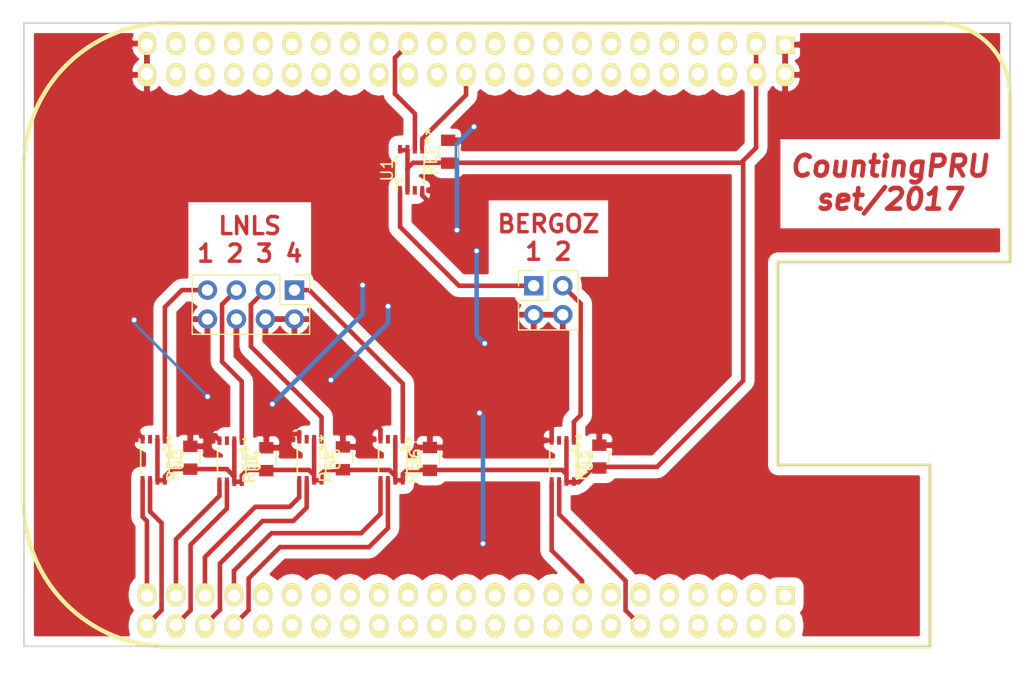
<source format=kicad_pcb>
(kicad_pcb (version 4) (host pcbnew 4.0.4+e1-6308~48~ubuntu15.10.1-stable)

  (general
    (links 58)
    (no_connects 7)
    (area 103.251 75.692 192.913001 136.652001)
    (thickness 1.6)
    (drawings 12)
    (tracks 176)
    (zones 0)
    (modules 15)
    (nets 101)
  )

  (page A4)
  (layers
    (0 F.Cu signal)
    (31 B.Cu signal)
    (32 B.Adhes user)
    (33 F.Adhes user)
    (34 B.Paste user)
    (35 F.Paste user)
    (36 B.SilkS user)
    (37 F.SilkS user)
    (38 B.Mask user)
    (39 F.Mask user)
    (40 Dwgs.User user)
    (41 Cmts.User user)
    (42 Eco1.User user)
    (43 Eco2.User user)
    (44 Edge.Cuts user)
    (45 Margin user)
    (46 B.CrtYd user)
    (47 F.CrtYd user)
    (48 B.Fab user)
    (49 F.Fab user)
  )

  (setup
    (last_trace_width 0.4)
    (user_trace_width 0.4)
    (user_trace_width 0.5)
    (user_trace_width 0.6)
    (user_trace_width 0.8)
    (user_trace_width 1)
    (trace_clearance 0.2)
    (zone_clearance 0.8)
    (zone_45_only no)
    (trace_min 0.2)
    (segment_width 0.2)
    (edge_width 0.15)
    (via_size 0.6)
    (via_drill 0.4)
    (via_min_size 0.4)
    (via_min_drill 0.3)
    (uvia_size 0.3)
    (uvia_drill 0.1)
    (uvias_allowed no)
    (uvia_min_size 0.2)
    (uvia_min_drill 0.1)
    (pcb_text_width 0.3)
    (pcb_text_size 1.5 1.5)
    (mod_edge_width 0.15)
    (mod_text_size 1 1)
    (mod_text_width 0.15)
    (pad_size 1.6 2)
    (pad_drill 1.1)
    (pad_to_mask_clearance 0.2)
    (aux_axis_origin 0 0)
    (visible_elements FFFFF77F)
    (pcbplotparams
      (layerselection 0x01000_00000001)
      (usegerberextensions false)
      (excludeedgelayer true)
      (linewidth 0.100000)
      (plotframeref false)
      (viasonmask false)
      (mode 1)
      (useauxorigin false)
      (hpglpennumber 1)
      (hpglpenspeed 20)
      (hpglpendiameter 15)
      (hpglpenoverlay 2)
      (psnegative false)
      (psa4output false)
      (plotreference true)
      (plotvalue true)
      (plotinvisibletext false)
      (padsonsilk false)
      (subtractmaskfromsilk false)
      (outputformat 1)
      (mirror false)
      (drillshape 0)
      (scaleselection 1)
      (outputdirectory Gerber/))
  )

  (net 0 "")
  (net 1 GND)
  (net 2 +3V3)
  (net 3 "Net-(Beagle1-PadC5)")
  (net 4 "Net-(Beagle1-PadC6)")
  (net 5 "Net-(Beagle1-PadC7)")
  (net 6 "Net-(Beagle1-PadC8)")
  (net 7 "Net-(Beagle1-PadC9)")
  (net 8 "Net-(Beagle1-PadC10)")
  (net 9 "Net-(Beagle1-PadC11)")
  (net 10 "Net-(Beagle1-PadC12)")
  (net 11 "Net-(Beagle1-PadC13)")
  (net 12 "Net-(Beagle1-PadC14)")
  (net 13 "Net-(Beagle1-PadC15)")
  (net 14 "Net-(Beagle1-PadC16)")
  (net 15 "Net-(Beagle1-PadC17)")
  (net 16 "Net-(Beagle1-PadC18)")
  (net 17 "Net-(Beagle1-PadC19)")
  (net 18 "Net-(Beagle1-PadC20)")
  (net 19 "Net-(Beagle1-PadC21)")
  (net 20 "Net-(Beagle1-PadC22)")
  (net 21 "Net-(Beagle1-PadC23)")
  (net 22 "Net-(Beagle1-PadC25)")
  (net 23 "Net-(Beagle1-PadC28)")
  (net 24 "Net-(Beagle1-PadC29)")
  (net 25 "Net-(Beagle1-PadC30)")
  (net 26 "Net-(Beagle1-PadC31)")
  (net 27 "Net-(Beagle1-PadC32)")
  (net 28 "Net-(Beagle1-PadC33)")
  (net 29 "Net-(Beagle1-PadC34)")
  (net 30 "Net-(Beagle1-PadC35)")
  (net 31 "Net-(Beagle1-PadC36)")
  (net 32 "Net-(Beagle1-PadC37)")
  (net 33 "Net-(Beagle1-PadC38)")
  (net 34 "Net-(Beagle1-PadC39)")
  (net 35 "Net-(Beagle1-PadC40)")
  (net 36 "Net-(Beagle1-PadC41)")
  (net 37 "Net-(Beagle1-PadC42)")
  (net 38 "Net-(Beagle1-PadC43)")
  (net 39 "Net-(Beagle1-PadC44)")
  (net 40 "Net-(Beagle1-PadB1)")
  (net 41 "Net-(Beagle1-PadB2)")
  (net 42 "Net-(Beagle1-PadB3)")
  (net 43 "Net-(Beagle1-PadB4)")
  (net 44 "Net-(Beagle1-PadB5)")
  (net 45 "Net-(Beagle1-PadB6)")
  (net 46 "Net-(Beagle1-PadB7)")
  (net 47 "Net-(Beagle1-PadB8)")
  (net 48 "Net-(Beagle1-PadB9)")
  (net 49 "Net-(Beagle1-PadB10)")
  (net 50 "Net-(Beagle1-PadB11)")
  (net 51 "Net-(Beagle1-PadB13)")
  (net 52 "Net-(Beagle1-PadB14)")
  (net 53 "Net-(Beagle1-PadB16)")
  (net 54 "Net-(Beagle1-PadB17)")
  (net 55 "Net-(Beagle1-PadB18)")
  (net 56 "Net-(Beagle1-PadB19)")
  (net 57 "Net-(Beagle1-PadB20)")
  (net 58 "Net-(Beagle1-PadB21)")
  (net 59 "Net-(Beagle1-PadB22)")
  (net 60 "Net-(Beagle1-PadB23)")
  (net 61 "Net-(Beagle1-PadB24)")
  (net 62 "Net-(Beagle1-PadB25)")
  (net 63 "Net-(Beagle1-PadB26)")
  (net 64 /CONTA_4)
  (net 65 "Net-(Beagle1-PadB30)")
  (net 66 "Net-(Beagle1-PadB31)")
  (net 67 "Net-(Beagle1-PadB32)")
  (net 68 "Net-(Beagle1-PadB33)")
  (net 69 "Net-(Beagle1-PadB34)")
  (net 70 "Net-(Beagle1-PadB35)")
  (net 71 "Net-(Beagle1-PadB36)")
  (net 72 "Net-(Beagle1-PadB37)")
  (net 73 "Net-(Beagle1-PadB38)")
  (net 74 /SINAL_5)
  (net 75 /SINAL_4)
  (net 76 /SINAL_3)
  (net 77 /SINAL_2)
  (net 78 /SINAL_1)
  (net 79 /CLEAR_1)
  (net 80 /CONTA_1)
  (net 81 "Net-(U1-Pad3)")
  (net 82 /CLEAR_3)
  (net 83 /CONTA_3)
  (net 84 "Net-(U2-Pad3)")
  (net 85 /CLEAR_5)
  (net 86 /CONTA_5)
  (net 87 "Net-(U3-Pad3)")
  (net 88 /CLEAR_2)
  (net 89 /CONTA_2)
  (net 90 "Net-(U4-Pad3)")
  (net 91 /CLEAR_4)
  (net 92 "Net-(U5-Pad3)")
  (net 93 "Net-(U6-Pad3)")
  (net 94 "Net-(Beagle1-PadB27)")
  (net 95 "Net-(Beagle1-PadB28)")
  (net 96 "Net-(Beagle1-PadB29)")
  (net 97 /CONTA_6)
  (net 98 /CLEAR_6)
  (net 99 /SINAL_6)
  (net 100 "Net-(Beagle1-PadC26)")

  (net_class Default "This is the default net class."
    (clearance 0.2)
    (trace_width 0.25)
    (via_dia 0.6)
    (via_drill 0.4)
    (uvia_dia 0.3)
    (uvia_drill 0.1)
    (add_net +3V3)
    (add_net /CLEAR_1)
    (add_net /CLEAR_2)
    (add_net /CLEAR_3)
    (add_net /CLEAR_4)
    (add_net /CLEAR_5)
    (add_net /CLEAR_6)
    (add_net /CONTA_1)
    (add_net /CONTA_2)
    (add_net /CONTA_3)
    (add_net /CONTA_4)
    (add_net /CONTA_5)
    (add_net /CONTA_6)
    (add_net /SINAL_1)
    (add_net /SINAL_2)
    (add_net /SINAL_3)
    (add_net /SINAL_4)
    (add_net /SINAL_5)
    (add_net /SINAL_6)
    (add_net GND)
    (add_net "Net-(Beagle1-PadB1)")
    (add_net "Net-(Beagle1-PadB10)")
    (add_net "Net-(Beagle1-PadB11)")
    (add_net "Net-(Beagle1-PadB13)")
    (add_net "Net-(Beagle1-PadB14)")
    (add_net "Net-(Beagle1-PadB16)")
    (add_net "Net-(Beagle1-PadB17)")
    (add_net "Net-(Beagle1-PadB18)")
    (add_net "Net-(Beagle1-PadB19)")
    (add_net "Net-(Beagle1-PadB2)")
    (add_net "Net-(Beagle1-PadB20)")
    (add_net "Net-(Beagle1-PadB21)")
    (add_net "Net-(Beagle1-PadB22)")
    (add_net "Net-(Beagle1-PadB23)")
    (add_net "Net-(Beagle1-PadB24)")
    (add_net "Net-(Beagle1-PadB25)")
    (add_net "Net-(Beagle1-PadB26)")
    (add_net "Net-(Beagle1-PadB27)")
    (add_net "Net-(Beagle1-PadB28)")
    (add_net "Net-(Beagle1-PadB29)")
    (add_net "Net-(Beagle1-PadB3)")
    (add_net "Net-(Beagle1-PadB30)")
    (add_net "Net-(Beagle1-PadB31)")
    (add_net "Net-(Beagle1-PadB32)")
    (add_net "Net-(Beagle1-PadB33)")
    (add_net "Net-(Beagle1-PadB34)")
    (add_net "Net-(Beagle1-PadB35)")
    (add_net "Net-(Beagle1-PadB36)")
    (add_net "Net-(Beagle1-PadB37)")
    (add_net "Net-(Beagle1-PadB38)")
    (add_net "Net-(Beagle1-PadB4)")
    (add_net "Net-(Beagle1-PadB5)")
    (add_net "Net-(Beagle1-PadB6)")
    (add_net "Net-(Beagle1-PadB7)")
    (add_net "Net-(Beagle1-PadB8)")
    (add_net "Net-(Beagle1-PadB9)")
    (add_net "Net-(Beagle1-PadC10)")
    (add_net "Net-(Beagle1-PadC11)")
    (add_net "Net-(Beagle1-PadC12)")
    (add_net "Net-(Beagle1-PadC13)")
    (add_net "Net-(Beagle1-PadC14)")
    (add_net "Net-(Beagle1-PadC15)")
    (add_net "Net-(Beagle1-PadC16)")
    (add_net "Net-(Beagle1-PadC17)")
    (add_net "Net-(Beagle1-PadC18)")
    (add_net "Net-(Beagle1-PadC19)")
    (add_net "Net-(Beagle1-PadC20)")
    (add_net "Net-(Beagle1-PadC21)")
    (add_net "Net-(Beagle1-PadC22)")
    (add_net "Net-(Beagle1-PadC23)")
    (add_net "Net-(Beagle1-PadC25)")
    (add_net "Net-(Beagle1-PadC26)")
    (add_net "Net-(Beagle1-PadC28)")
    (add_net "Net-(Beagle1-PadC29)")
    (add_net "Net-(Beagle1-PadC30)")
    (add_net "Net-(Beagle1-PadC31)")
    (add_net "Net-(Beagle1-PadC32)")
    (add_net "Net-(Beagle1-PadC33)")
    (add_net "Net-(Beagle1-PadC34)")
    (add_net "Net-(Beagle1-PadC35)")
    (add_net "Net-(Beagle1-PadC36)")
    (add_net "Net-(Beagle1-PadC37)")
    (add_net "Net-(Beagle1-PadC38)")
    (add_net "Net-(Beagle1-PadC39)")
    (add_net "Net-(Beagle1-PadC40)")
    (add_net "Net-(Beagle1-PadC41)")
    (add_net "Net-(Beagle1-PadC42)")
    (add_net "Net-(Beagle1-PadC43)")
    (add_net "Net-(Beagle1-PadC44)")
    (add_net "Net-(Beagle1-PadC5)")
    (add_net "Net-(Beagle1-PadC6)")
    (add_net "Net-(Beagle1-PadC7)")
    (add_net "Net-(Beagle1-PadC8)")
    (add_net "Net-(Beagle1-PadC9)")
    (add_net "Net-(U1-Pad3)")
    (add_net "Net-(U2-Pad3)")
    (add_net "Net-(U3-Pad3)")
    (add_net "Net-(U4-Pad3)")
    (add_net "Net-(U5-Pad3)")
    (add_net "Net-(U6-Pad3)")
  )

  (module Capacitors_SMD:C_0805 (layer F.Cu) (tedit 59B985A0) (tstamp 59B98405)
    (at 142.494 88.9762 90)
    (descr "Capacitor SMD 0805, reflow soldering, AVX (see smccp.pdf)")
    (tags "capacitor 0805")
    (attr smd)
    (fp_text reference REF** (at 0 -1.5 90) (layer F.SilkS)
      (effects (font (size 1 1) (thickness 0.15)))
    )
    (fp_text value C_0805 (at 0 1.75 90) (layer F.Fab)
      (effects (font (size 1 1) (thickness 0.15)))
    )
    (fp_text user %R (at 0 -1.5 90) (layer F.Fab)
      (effects (font (size 1 1) (thickness 0.15)))
    )
    (fp_line (start -1 0.62) (end -1 -0.62) (layer F.Fab) (width 0.1))
    (fp_line (start 1 0.62) (end -1 0.62) (layer F.Fab) (width 0.1))
    (fp_line (start 1 -0.62) (end 1 0.62) (layer F.Fab) (width 0.1))
    (fp_line (start -1 -0.62) (end 1 -0.62) (layer F.Fab) (width 0.1))
    (fp_line (start 0.5 -0.85) (end -0.5 -0.85) (layer F.SilkS) (width 0.12))
    (fp_line (start -0.5 0.85) (end 0.5 0.85) (layer F.SilkS) (width 0.12))
    (fp_line (start -1.75 -0.88) (end 1.75 -0.88) (layer F.CrtYd) (width 0.05))
    (fp_line (start -1.75 -0.88) (end -1.75 0.87) (layer F.CrtYd) (width 0.05))
    (fp_line (start 1.75 0.87) (end 1.75 -0.88) (layer F.CrtYd) (width 0.05))
    (fp_line (start 1.75 0.87) (end -1.75 0.87) (layer F.CrtYd) (width 0.05))
    (pad 1 smd rect (at -1 0 90) (size 1 1.25) (layers F.Cu F.Paste F.Mask)
      (net 2 +3V3))
    (pad 2 smd rect (at 1 0 90) (size 1 1.25) (layers F.Cu F.Paste F.Mask)
      (net 1 GND))
    (model Capacitors_SMD.3dshapes/C_0805.wrl
      (at (xyz 0 0 0))
      (scale (xyz 1 1 1))
      (rotate (xyz 0 0 0))
    )
  )

  (module Capacitors_SMD:C_0805 (layer F.Cu) (tedit 59B985AB) (tstamp 59B983F4)
    (at 155.7274 115.6716 90)
    (descr "Capacitor SMD 0805, reflow soldering, AVX (see smccp.pdf)")
    (tags "capacitor 0805")
    (attr smd)
    (fp_text reference REF** (at 0 -1.5 90) (layer F.SilkS)
      (effects (font (size 1 1) (thickness 0.15)))
    )
    (fp_text value C_0805 (at 0 1.75 90) (layer F.Fab)
      (effects (font (size 1 1) (thickness 0.15)))
    )
    (fp_text user %R (at 0 -1.5 90) (layer F.Fab)
      (effects (font (size 1 1) (thickness 0.15)))
    )
    (fp_line (start -1 0.62) (end -1 -0.62) (layer F.Fab) (width 0.1))
    (fp_line (start 1 0.62) (end -1 0.62) (layer F.Fab) (width 0.1))
    (fp_line (start 1 -0.62) (end 1 0.62) (layer F.Fab) (width 0.1))
    (fp_line (start -1 -0.62) (end 1 -0.62) (layer F.Fab) (width 0.1))
    (fp_line (start 0.5 -0.85) (end -0.5 -0.85) (layer F.SilkS) (width 0.12))
    (fp_line (start -0.5 0.85) (end 0.5 0.85) (layer F.SilkS) (width 0.12))
    (fp_line (start -1.75 -0.88) (end 1.75 -0.88) (layer F.CrtYd) (width 0.05))
    (fp_line (start -1.75 -0.88) (end -1.75 0.87) (layer F.CrtYd) (width 0.05))
    (fp_line (start 1.75 0.87) (end 1.75 -0.88) (layer F.CrtYd) (width 0.05))
    (fp_line (start 1.75 0.87) (end -1.75 0.87) (layer F.CrtYd) (width 0.05))
    (pad 1 smd rect (at -1 0 90) (size 1 1.25) (layers F.Cu F.Paste F.Mask)
      (net 2 +3V3))
    (pad 2 smd rect (at 1 0 90) (size 1 1.25) (layers F.Cu F.Paste F.Mask)
      (net 1 GND))
    (model Capacitors_SMD.3dshapes/C_0805.wrl
      (at (xyz 0 0 0))
      (scale (xyz 1 1 1))
      (rotate (xyz 0 0 0))
    )
  )

  (module Capacitors_SMD:C_0805 (layer F.Cu) (tedit 59B985B0) (tstamp 59B983E3)
    (at 140.8938 115.8748 90)
    (descr "Capacitor SMD 0805, reflow soldering, AVX (see smccp.pdf)")
    (tags "capacitor 0805")
    (attr smd)
    (fp_text reference REF** (at 0 -1.5 90) (layer F.SilkS)
      (effects (font (size 1 1) (thickness 0.15)))
    )
    (fp_text value C_0805 (at 0 1.75 90) (layer F.Fab)
      (effects (font (size 1 1) (thickness 0.15)))
    )
    (fp_text user %R (at 0 -1.5 90) (layer F.Fab)
      (effects (font (size 1 1) (thickness 0.15)))
    )
    (fp_line (start -1 0.62) (end -1 -0.62) (layer F.Fab) (width 0.1))
    (fp_line (start 1 0.62) (end -1 0.62) (layer F.Fab) (width 0.1))
    (fp_line (start 1 -0.62) (end 1 0.62) (layer F.Fab) (width 0.1))
    (fp_line (start -1 -0.62) (end 1 -0.62) (layer F.Fab) (width 0.1))
    (fp_line (start 0.5 -0.85) (end -0.5 -0.85) (layer F.SilkS) (width 0.12))
    (fp_line (start -0.5 0.85) (end 0.5 0.85) (layer F.SilkS) (width 0.12))
    (fp_line (start -1.75 -0.88) (end 1.75 -0.88) (layer F.CrtYd) (width 0.05))
    (fp_line (start -1.75 -0.88) (end -1.75 0.87) (layer F.CrtYd) (width 0.05))
    (fp_line (start 1.75 0.87) (end 1.75 -0.88) (layer F.CrtYd) (width 0.05))
    (fp_line (start 1.75 0.87) (end -1.75 0.87) (layer F.CrtYd) (width 0.05))
    (pad 1 smd rect (at -1 0 90) (size 1 1.25) (layers F.Cu F.Paste F.Mask)
      (net 2 +3V3))
    (pad 2 smd rect (at 1 0 90) (size 1 1.25) (layers F.Cu F.Paste F.Mask)
      (net 1 GND))
    (model Capacitors_SMD.3dshapes/C_0805.wrl
      (at (xyz 0 0 0))
      (scale (xyz 1 1 1))
      (rotate (xyz 0 0 0))
    )
  )

  (module Capacitors_SMD:C_0805 (layer F.Cu) (tedit 59B985B5) (tstamp 59B983D2)
    (at 133.2738 115.824 90)
    (descr "Capacitor SMD 0805, reflow soldering, AVX (see smccp.pdf)")
    (tags "capacitor 0805")
    (attr smd)
    (fp_text reference REF** (at 0 -1.5 90) (layer F.SilkS)
      (effects (font (size 1 1) (thickness 0.15)))
    )
    (fp_text value C_0805 (at 0 1.75 90) (layer F.Fab)
      (effects (font (size 1 1) (thickness 0.15)))
    )
    (fp_text user %R (at 0 -1.5 90) (layer F.Fab)
      (effects (font (size 1 1) (thickness 0.15)))
    )
    (fp_line (start -1 0.62) (end -1 -0.62) (layer F.Fab) (width 0.1))
    (fp_line (start 1 0.62) (end -1 0.62) (layer F.Fab) (width 0.1))
    (fp_line (start 1 -0.62) (end 1 0.62) (layer F.Fab) (width 0.1))
    (fp_line (start -1 -0.62) (end 1 -0.62) (layer F.Fab) (width 0.1))
    (fp_line (start 0.5 -0.85) (end -0.5 -0.85) (layer F.SilkS) (width 0.12))
    (fp_line (start -0.5 0.85) (end 0.5 0.85) (layer F.SilkS) (width 0.12))
    (fp_line (start -1.75 -0.88) (end 1.75 -0.88) (layer F.CrtYd) (width 0.05))
    (fp_line (start -1.75 -0.88) (end -1.75 0.87) (layer F.CrtYd) (width 0.05))
    (fp_line (start 1.75 0.87) (end 1.75 -0.88) (layer F.CrtYd) (width 0.05))
    (fp_line (start 1.75 0.87) (end -1.75 0.87) (layer F.CrtYd) (width 0.05))
    (pad 1 smd rect (at -1 0 90) (size 1 1.25) (layers F.Cu F.Paste F.Mask)
      (net 2 +3V3))
    (pad 2 smd rect (at 1 0 90) (size 1 1.25) (layers F.Cu F.Paste F.Mask)
      (net 1 GND))
    (model Capacitors_SMD.3dshapes/C_0805.wrl
      (at (xyz 0 0 0))
      (scale (xyz 1 1 1))
      (rotate (xyz 0 0 0))
    )
  )

  (module Capacitors_SMD:C_0805 (layer F.Cu) (tedit 59B985B9) (tstamp 59B983C1)
    (at 126.5682 115.9002 90)
    (descr "Capacitor SMD 0805, reflow soldering, AVX (see smccp.pdf)")
    (tags "capacitor 0805")
    (attr smd)
    (fp_text reference REF** (at 0 -1.5 90) (layer F.SilkS)
      (effects (font (size 1 1) (thickness 0.15)))
    )
    (fp_text value C_0805 (at 0 1.75 90) (layer F.Fab)
      (effects (font (size 1 1) (thickness 0.15)))
    )
    (fp_text user %R (at 0 -1.5 90) (layer F.Fab)
      (effects (font (size 1 1) (thickness 0.15)))
    )
    (fp_line (start -1 0.62) (end -1 -0.62) (layer F.Fab) (width 0.1))
    (fp_line (start 1 0.62) (end -1 0.62) (layer F.Fab) (width 0.1))
    (fp_line (start 1 -0.62) (end 1 0.62) (layer F.Fab) (width 0.1))
    (fp_line (start -1 -0.62) (end 1 -0.62) (layer F.Fab) (width 0.1))
    (fp_line (start 0.5 -0.85) (end -0.5 -0.85) (layer F.SilkS) (width 0.12))
    (fp_line (start -0.5 0.85) (end 0.5 0.85) (layer F.SilkS) (width 0.12))
    (fp_line (start -1.75 -0.88) (end 1.75 -0.88) (layer F.CrtYd) (width 0.05))
    (fp_line (start -1.75 -0.88) (end -1.75 0.87) (layer F.CrtYd) (width 0.05))
    (fp_line (start 1.75 0.87) (end 1.75 -0.88) (layer F.CrtYd) (width 0.05))
    (fp_line (start 1.75 0.87) (end -1.75 0.87) (layer F.CrtYd) (width 0.05))
    (pad 1 smd rect (at -1 0 90) (size 1 1.25) (layers F.Cu F.Paste F.Mask)
      (net 2 +3V3))
    (pad 2 smd rect (at 1 0 90) (size 1 1.25) (layers F.Cu F.Paste F.Mask)
      (net 1 GND))
    (model Capacitors_SMD.3dshapes/C_0805.wrl
      (at (xyz 0 0 0))
      (scale (xyz 1 1 1))
      (rotate (xyz 0 0 0))
    )
  )

  (module CONTROLE:BEAGLEBONEBLACK (layer F.Cu) (tedit 59B986B6) (tstamp 59B6F54B)
    (at 148.5011 105.0036)
    (tags "beaglebone black")
    (path /59B0553A)
    (fp_text reference Beagle1 (at 0 1.778) (layer F.SilkS) hide
      (effects (font (thickness 0.3048)))
    )
    (fp_text value BeagleBone (at 0 -1.143) (layer F.SilkS) hide
      (effects (font (thickness 0.3048)))
    )
    (fp_line (start 36.195 11.811) (end 36.195 11.43) (layer F.SilkS) (width 0.381))
    (fp_line (start 36.195 11.43) (end 22.86 11.43) (layer F.SilkS) (width 0.381))
    (fp_line (start 22.86 11.43) (end 22.86 -6.35) (layer F.SilkS) (width 0.381))
    (fp_line (start 22.86 -6.35) (end 43.18 -6.35) (layer F.SilkS) (width 0.381))
    (fp_line (start 43.18 -6.35) (end 43.18 -6.731) (layer F.SilkS) (width 0.381))
    (fp_line (start -30.48 27.305) (end 36.195 27.305) (layer F.SilkS) (width 0.381))
    (fp_line (start 36.195 27.305) (end 36.195 11.811) (layer F.SilkS) (width 0.381))
    (fp_line (start 43.18 -6.731) (end 43.18 -19.685) (layer F.SilkS) (width 0.381))
    (fp_line (start 43.18 -20.955) (end 43.18 -19.685) (layer F.SilkS) (width 0.381))
    (fp_line (start -30.48 -27.305) (end 36.83 -27.305) (layer F.SilkS) (width 0.381))
    (fp_line (start -43.18 -14.605) (end -43.18 14.605) (layer F.SilkS) (width 0.381))
    (fp_arc (start -30.48 -14.605) (end -43.18 -14.605) (angle 90) (layer F.SilkS) (width 0.381))
    (fp_arc (start -30.48 14.605) (end -30.48 27.305) (angle 90) (layer F.SilkS) (width 0.381))
    (fp_arc (start 36.83 -20.955) (end 36.83 -27.305) (angle 90) (layer F.SilkS) (width 0.381))
    (pad C1 thru_hole rect (at 23.495 -25.4) (size 1.6 1.6) (drill 1.1) (layers *.Cu *.Mask F.SilkS)
      (net 1 GND))
    (pad C2 thru_hole oval (at 23.495 -22.86) (size 1.6 2) (drill 1.1 (offset 0 0.1)) (layers *.Cu *.Mask F.SilkS)
      (net 1 GND))
    (pad C3 thru_hole oval (at 20.955 -25.4) (size 1.6 2) (drill 1.1 (offset 0 -0.1)) (layers *.Cu *.Mask F.SilkS)
      (net 2 +3V3))
    (pad C4 thru_hole oval (at 20.955 -22.86) (size 1.6 2) (drill 1.1 (offset 0 0.1)) (layers *.Cu *.Mask F.SilkS)
      (net 2 +3V3))
    (pad C5 thru_hole oval (at 18.415 -25.4) (size 1.6 2) (drill 1.1 (offset 0 -0.1)) (layers *.Cu *.Mask F.SilkS)
      (net 3 "Net-(Beagle1-PadC5)"))
    (pad C6 thru_hole oval (at 18.415 -22.86) (size 1.6 2) (drill 1.1 (offset 0 0.1)) (layers *.Cu *.Mask F.SilkS)
      (net 4 "Net-(Beagle1-PadC6)"))
    (pad C7 thru_hole oval (at 15.875 -25.4) (size 1.6 2) (drill 1.1 (offset 0 -0.1)) (layers *.Cu *.Mask F.SilkS)
      (net 5 "Net-(Beagle1-PadC7)"))
    (pad C8 thru_hole oval (at 15.875 -22.86) (size 1.6 2) (drill 1.1 (offset 0 0.1)) (layers *.Cu *.Mask F.SilkS)
      (net 6 "Net-(Beagle1-PadC8)"))
    (pad C9 thru_hole oval (at 13.335 -25.4) (size 1.6 2) (drill 1.1 (offset 0 -0.1)) (layers *.Cu *.Mask F.SilkS)
      (net 7 "Net-(Beagle1-PadC9)"))
    (pad C10 thru_hole oval (at 13.335 -22.86) (size 1.6 2) (drill 1.1 (offset 0 0.1)) (layers *.Cu *.Mask F.SilkS)
      (net 8 "Net-(Beagle1-PadC10)"))
    (pad C11 thru_hole oval (at 10.795 -25.4) (size 1.6 2) (drill 1.1 (offset 0 -0.1)) (layers *.Cu *.Mask F.SilkS)
      (net 9 "Net-(Beagle1-PadC11)"))
    (pad C12 thru_hole oval (at 10.795 -22.86) (size 1.6 2) (drill 1.1 (offset 0 0.1)) (layers *.Cu *.Mask F.SilkS)
      (net 10 "Net-(Beagle1-PadC12)"))
    (pad C13 thru_hole oval (at 8.255 -25.4) (size 1.6 2) (drill 1.1 (offset 0 -0.1)) (layers *.Cu *.Mask F.SilkS)
      (net 11 "Net-(Beagle1-PadC13)"))
    (pad C14 thru_hole oval (at 8.255 -22.86) (size 1.6 2) (drill 1.1 (offset 0 0.1)) (layers *.Cu *.Mask F.SilkS)
      (net 12 "Net-(Beagle1-PadC14)"))
    (pad C15 thru_hole oval (at 5.715 -25.4) (size 1.6 2) (drill 1.1 (offset 0 -0.1)) (layers *.Cu *.Mask F.SilkS)
      (net 13 "Net-(Beagle1-PadC15)"))
    (pad C16 thru_hole oval (at 5.715 -22.86) (size 1.6 2) (drill 1.1 (offset 0 0.1)) (layers *.Cu *.Mask F.SilkS)
      (net 14 "Net-(Beagle1-PadC16)"))
    (pad C17 thru_hole oval (at 3.175 -25.4) (size 1.6 2) (drill 1.1 (offset 0 -0.1)) (layers *.Cu *.Mask F.SilkS)
      (net 15 "Net-(Beagle1-PadC17)"))
    (pad C18 thru_hole oval (at 3.175 -22.86) (size 1.6 2) (drill 1.1 (offset 0 0.1)) (layers *.Cu *.Mask F.SilkS)
      (net 16 "Net-(Beagle1-PadC18)"))
    (pad C19 thru_hole oval (at 0.635 -25.4) (size 1.6 2) (drill 1.1 (offset 0 -0.1)) (layers *.Cu *.Mask F.SilkS)
      (net 17 "Net-(Beagle1-PadC19)"))
    (pad C20 thru_hole oval (at 0.635 -22.86) (size 1.6 2) (drill 1.1 (offset 0 0.1)) (layers *.Cu *.Mask F.SilkS)
      (net 18 "Net-(Beagle1-PadC20)"))
    (pad C21 thru_hole oval (at -1.905 -25.4) (size 1.6 2) (drill 1.1 (offset 0 -0.1)) (layers *.Cu *.Mask F.SilkS)
      (net 19 "Net-(Beagle1-PadC21)"))
    (pad C22 thru_hole oval (at -1.905 -22.86) (size 1.6 2) (drill 1.1 (offset 0 0.1)) (layers *.Cu *.Mask F.SilkS)
      (net 20 "Net-(Beagle1-PadC22)"))
    (pad C23 thru_hole oval (at -4.445 -25.4) (size 1.6 2) (drill 1.1 (offset 0 -0.1)) (layers *.Cu *.Mask F.SilkS)
      (net 21 "Net-(Beagle1-PadC23)"))
    (pad C24 thru_hole oval (at -4.445 -22.86) (size 1.6 2) (drill 1.1 (offset 0 0.1)) (layers *.Cu *.Mask F.SilkS)
      (net 80 /CONTA_1))
    (pad C25 thru_hole oval (at -6.985 -25.4) (size 1.6 2) (drill 1.1 (offset 0 -0.1)) (layers *.Cu *.Mask F.SilkS)
      (net 22 "Net-(Beagle1-PadC25)"))
    (pad C26 thru_hole oval (at -6.985 -22.86) (size 1.6 2) (drill 1.1 (offset 0 0.1)) (layers *.Cu *.Mask F.SilkS)
      (net 100 "Net-(Beagle1-PadC26)"))
    (pad C27 thru_hole oval (at -9.525 -25.4) (size 1.6 2) (drill 1.1 (offset 0 -0.1)) (layers *.Cu *.Mask F.SilkS)
      (net 79 /CLEAR_1))
    (pad C28 thru_hole oval (at -9.525 -22.86) (size 1.6 2) (drill 1.1 (offset 0 0.1)) (layers *.Cu *.Mask F.SilkS)
      (net 23 "Net-(Beagle1-PadC28)"))
    (pad C29 thru_hole oval (at -12.065 -25.4) (size 1.6 2) (drill 1.1 (offset 0 -0.1)) (layers *.Cu *.Mask F.SilkS)
      (net 24 "Net-(Beagle1-PadC29)"))
    (pad C30 thru_hole oval (at -12.065 -22.86) (size 1.6 2) (drill 1.1 (offset 0 0.1)) (layers *.Cu *.Mask F.SilkS)
      (net 25 "Net-(Beagle1-PadC30)"))
    (pad C31 thru_hole oval (at -14.605 -25.4) (size 1.6 2) (drill 1.1 (offset 0 -0.1)) (layers *.Cu *.Mask F.SilkS)
      (net 26 "Net-(Beagle1-PadC31)"))
    (pad C32 thru_hole oval (at -14.605 -22.86) (size 1.6 2) (drill 1.1 (offset 0 0.1)) (layers *.Cu *.Mask F.SilkS)
      (net 27 "Net-(Beagle1-PadC32)"))
    (pad C33 thru_hole oval (at -17.145 -25.4) (size 1.6 2) (drill 1.1 (offset 0 -0.1)) (layers *.Cu *.Mask F.SilkS)
      (net 28 "Net-(Beagle1-PadC33)"))
    (pad C34 thru_hole oval (at -17.145 -22.86) (size 1.6 2) (drill 1.1 (offset 0 0.1)) (layers *.Cu *.Mask F.SilkS)
      (net 29 "Net-(Beagle1-PadC34)"))
    (pad C35 thru_hole oval (at -19.685 -25.4) (size 1.6 2) (drill 1.1 (offset 0 -0.1)) (layers *.Cu *.Mask F.SilkS)
      (net 30 "Net-(Beagle1-PadC35)"))
    (pad C36 thru_hole oval (at -19.685 -22.86) (size 1.6 2) (drill 1.1 (offset 0 0.1)) (layers *.Cu *.Mask F.SilkS)
      (net 31 "Net-(Beagle1-PadC36)"))
    (pad C37 thru_hole oval (at -22.225 -25.4) (size 1.6 2) (drill 1.1 (offset 0 -0.1)) (layers *.Cu *.Mask F.SilkS)
      (net 32 "Net-(Beagle1-PadC37)"))
    (pad C38 thru_hole oval (at -22.225 -22.86) (size 1.6 2) (drill 1.1 (offset 0 0.1)) (layers *.Cu *.Mask F.SilkS)
      (net 33 "Net-(Beagle1-PadC38)"))
    (pad C39 thru_hole oval (at -24.765 -25.4) (size 1.6 2) (drill 1.1 (offset 0 -0.1)) (layers *.Cu *.Mask F.SilkS)
      (net 34 "Net-(Beagle1-PadC39)"))
    (pad C40 thru_hole oval (at -24.765 -22.86) (size 1.6 2) (drill 1.1 (offset 0 0.1)) (layers *.Cu *.Mask F.SilkS)
      (net 35 "Net-(Beagle1-PadC40)"))
    (pad C41 thru_hole oval (at -27.305 -25.4) (size 1.6 2) (drill 1.1 (offset 0 -0.1)) (layers *.Cu *.Mask F.SilkS)
      (net 36 "Net-(Beagle1-PadC41)"))
    (pad C42 thru_hole oval (at -27.305 -22.86) (size 1.6 2) (drill 1.1 (offset 0 0.1)) (layers *.Cu *.Mask F.SilkS)
      (net 37 "Net-(Beagle1-PadC42)"))
    (pad C43 thru_hole oval (at -29.845 -25.4) (size 1.6 2) (drill 1.1 (offset 0 -0.1)) (layers *.Cu *.Mask F.SilkS)
      (net 38 "Net-(Beagle1-PadC43)"))
    (pad C44 thru_hole oval (at -29.845 -22.86) (size 1.6 2) (drill 1.1 (offset 0 0.1)) (layers *.Cu *.Mask F.SilkS)
      (net 39 "Net-(Beagle1-PadC44)"))
    (pad C45 thru_hole oval (at -32.385 -25.4) (size 1.6 2) (drill 1.1 (offset 0 -0.1)) (layers *.Cu *.Mask F.SilkS)
      (net 1 GND))
    (pad C46 thru_hole oval (at -32.385 -22.86) (size 1.6 2) (drill 1.1 (offset 0 0.1)) (layers *.Cu *.Mask F.SilkS)
      (net 1 GND))
    (pad B1 thru_hole rect (at 23.495 22.86) (size 1.6 1.6) (drill 1.1) (layers *.Cu *.Mask F.SilkS)
      (net 40 "Net-(Beagle1-PadB1)"))
    (pad B2 thru_hole oval (at 23.495 25.4) (size 1.6 2) (drill 1.1 (offset 0 0.1)) (layers *.Cu *.Mask F.SilkS)
      (net 41 "Net-(Beagle1-PadB2)"))
    (pad B3 thru_hole oval (at 20.955 22.86) (size 1.6 2) (drill 1.1 (offset 0 -0.1)) (layers *.Cu *.Mask F.SilkS)
      (net 42 "Net-(Beagle1-PadB3)"))
    (pad B4 thru_hole oval (at 20.955 25.4) (size 1.6 2) (drill 1.1 (offset 0 0.1)) (layers *.Cu *.Mask F.SilkS)
      (net 43 "Net-(Beagle1-PadB4)"))
    (pad B5 thru_hole oval (at 18.415 22.86) (size 1.6 2) (drill 1.1 (offset 0 -0.1)) (layers *.Cu *.Mask F.SilkS)
      (net 44 "Net-(Beagle1-PadB5)"))
    (pad B6 thru_hole oval (at 18.415 25.4) (size 1.6 2) (drill 1.1 (offset 0 0.1)) (layers *.Cu *.Mask F.SilkS)
      (net 45 "Net-(Beagle1-PadB6)"))
    (pad B7 thru_hole oval (at 15.875 22.86) (size 1.6 2) (drill 1.1 (offset 0 -0.1)) (layers *.Cu *.Mask F.SilkS)
      (net 46 "Net-(Beagle1-PadB7)"))
    (pad B8 thru_hole oval (at 15.875 25.4) (size 1.6 2) (drill 1.1 (offset 0 0.1)) (layers *.Cu *.Mask F.SilkS)
      (net 47 "Net-(Beagle1-PadB8)"))
    (pad B9 thru_hole oval (at 13.335 22.86) (size 1.6 2) (drill 1.1 (offset 0 -0.1)) (layers *.Cu *.Mask F.SilkS)
      (net 48 "Net-(Beagle1-PadB9)"))
    (pad B10 thru_hole oval (at 13.335 25.4) (size 1.6 2) (drill 1.1 (offset 0 0.1)) (layers *.Cu *.Mask F.SilkS)
      (net 49 "Net-(Beagle1-PadB10)"))
    (pad B11 thru_hole oval (at 10.795 22.86) (size 1.6 2) (drill 1.1 (offset 0 -0.1)) (layers *.Cu *.Mask F.SilkS)
      (net 50 "Net-(Beagle1-PadB11)"))
    (pad B12 thru_hole oval (at 10.795 25.4) (size 1.6 2) (drill 1.1 (offset 0 0.1)) (layers *.Cu *.Mask F.SilkS)
      (net 88 /CLEAR_2))
    (pad B13 thru_hole oval (at 8.255 22.86) (size 1.6 2) (drill 1.1 (offset 0 -0.1)) (layers *.Cu *.Mask F.SilkS)
      (net 51 "Net-(Beagle1-PadB13)"))
    (pad B14 thru_hole oval (at 8.255 25.4) (size 1.6 2) (drill 1.1 (offset 0 0.1)) (layers *.Cu *.Mask F.SilkS)
      (net 52 "Net-(Beagle1-PadB14)"))
    (pad B15 thru_hole oval (at 5.715 22.86) (size 1.6 2) (drill 1.1 (offset 0 -0.1)) (layers *.Cu *.Mask F.SilkS)
      (net 89 /CONTA_2))
    (pad B16 thru_hole oval (at 5.715 25.4) (size 1.6 2) (drill 1.1 (offset 0 0.1)) (layers *.Cu *.Mask F.SilkS)
      (net 53 "Net-(Beagle1-PadB16)"))
    (pad B17 thru_hole oval (at 3.175 22.86) (size 1.6 2) (drill 1.1 (offset 0 -0.1)) (layers *.Cu *.Mask F.SilkS)
      (net 54 "Net-(Beagle1-PadB17)"))
    (pad B18 thru_hole oval (at 3.175 25.4) (size 1.6 2) (drill 1.1 (offset 0 0.1)) (layers *.Cu *.Mask F.SilkS)
      (net 55 "Net-(Beagle1-PadB18)"))
    (pad B19 thru_hole oval (at 0.635 22.86) (size 1.6 2) (drill 1.1 (offset 0 -0.1)) (layers *.Cu *.Mask F.SilkS)
      (net 56 "Net-(Beagle1-PadB19)"))
    (pad B20 thru_hole oval (at 0.635 25.4) (size 1.6 2) (drill 1.1 (offset 0 0.1)) (layers *.Cu *.Mask F.SilkS)
      (net 57 "Net-(Beagle1-PadB20)"))
    (pad B21 thru_hole oval (at -1.905 22.86) (size 1.6 2) (drill 1.1 (offset 0 -0.1)) (layers *.Cu *.Mask F.SilkS)
      (net 58 "Net-(Beagle1-PadB21)"))
    (pad B22 thru_hole oval (at -1.905 25.4) (size 1.6 2) (drill 1.1 (offset 0 0.1)) (layers *.Cu *.Mask F.SilkS)
      (net 59 "Net-(Beagle1-PadB22)"))
    (pad B23 thru_hole oval (at -4.445 22.86) (size 1.6 2) (drill 1.1 (offset 0 -0.1)) (layers *.Cu *.Mask F.SilkS)
      (net 60 "Net-(Beagle1-PadB23)"))
    (pad B24 thru_hole oval (at -4.445 25.4) (size 1.6 2) (drill 1.1 (offset 0 0.1)) (layers *.Cu *.Mask F.SilkS)
      (net 61 "Net-(Beagle1-PadB24)"))
    (pad B25 thru_hole oval (at -6.985 22.86) (size 1.6 2) (drill 1.1 (offset 0 -0.1)) (layers *.Cu *.Mask F.SilkS)
      (net 62 "Net-(Beagle1-PadB25)"))
    (pad B26 thru_hole oval (at -6.985 25.4) (size 1.6 2) (drill 1.1 (offset 0 0.1)) (layers *.Cu *.Mask F.SilkS)
      (net 63 "Net-(Beagle1-PadB26)"))
    (pad B27 thru_hole oval (at -9.525 22.86) (size 1.6 2) (drill 1.1 (offset 0 -0.1)) (layers *.Cu *.Mask F.SilkS)
      (net 94 "Net-(Beagle1-PadB27)"))
    (pad B28 thru_hole oval (at -9.525 25.4) (size 1.6 2) (drill 1.1 (offset 0 0.1)) (layers *.Cu *.Mask F.SilkS)
      (net 95 "Net-(Beagle1-PadB28)"))
    (pad B29 thru_hole oval (at -12.065 22.86) (size 1.6 2) (drill 1.1 (offset 0 -0.1)) (layers *.Cu *.Mask F.SilkS)
      (net 96 "Net-(Beagle1-PadB29)"))
    (pad B30 thru_hole oval (at -12.065 25.4) (size 1.6 2) (drill 1.1 (offset 0 0.1)) (layers *.Cu *.Mask F.SilkS)
      (net 65 "Net-(Beagle1-PadB30)"))
    (pad B31 thru_hole oval (at -14.605 22.86) (size 1.6 2) (drill 1.1 (offset 0 -0.1)) (layers *.Cu *.Mask F.SilkS)
      (net 66 "Net-(Beagle1-PadB31)"))
    (pad B32 thru_hole oval (at -14.605 25.4) (size 1.6 2) (drill 1.1 (offset 0 0.1)) (layers *.Cu *.Mask F.SilkS)
      (net 67 "Net-(Beagle1-PadB32)"))
    (pad B33 thru_hole oval (at -17.145 22.86) (size 1.6 2) (drill 1.1 (offset 0 -0.1)) (layers *.Cu *.Mask F.SilkS)
      (net 68 "Net-(Beagle1-PadB33)"))
    (pad B34 thru_hole oval (at -17.145 25.4) (size 1.6 2) (drill 1.1 (offset 0 0.1)) (layers *.Cu *.Mask F.SilkS)
      (net 69 "Net-(Beagle1-PadB34)"))
    (pad B35 thru_hole oval (at -19.685 22.86) (size 1.6 2) (drill 1.1 (offset 0 -0.1)) (layers *.Cu *.Mask F.SilkS)
      (net 70 "Net-(Beagle1-PadB35)"))
    (pad B36 thru_hole oval (at -19.685 25.4) (size 1.6 2) (drill 1.1 (offset 0 0.1)) (layers *.Cu *.Mask F.SilkS)
      (net 71 "Net-(Beagle1-PadB36)"))
    (pad B37 thru_hole oval (at -22.225 22.86) (size 1.6 2) (drill 1.1 (offset 0 -0.1)) (layers *.Cu *.Mask F.SilkS)
      (net 72 "Net-(Beagle1-PadB37)"))
    (pad B38 thru_hole oval (at -22.225 25.4) (size 1.6 2) (drill 1.1 (offset 0 0.1)) (layers *.Cu *.Mask F.SilkS)
      (net 73 "Net-(Beagle1-PadB38)"))
    (pad B39 thru_hole oval (at -24.765 22.86) (size 1.6 2) (drill 1.1 (offset 0 -0.1)) (layers *.Cu *.Mask F.SilkS)
      (net 97 /CONTA_6))
    (pad B40 thru_hole oval (at -24.765 25.4) (size 1.6 2) (drill 1.1 (offset 0 0.1)) (layers *.Cu *.Mask F.SilkS)
      (net 98 /CLEAR_6))
    (pad B41 thru_hole oval (at -27.305 22.86) (size 1.6 2) (drill 1.1 (offset 0 -0.1)) (layers *.Cu *.Mask F.SilkS)
      (net 86 /CONTA_5))
    (pad B42 thru_hole oval (at -27.305 25.4) (size 1.6 2) (drill 1.1 (offset 0 0.1)) (layers *.Cu *.Mask F.SilkS)
      (net 85 /CLEAR_5))
    (pad B43 thru_hole oval (at -29.845 22.86) (size 1.6 2) (drill 1.1 (offset 0 -0.1)) (layers *.Cu *.Mask F.SilkS)
      (net 64 /CONTA_4))
    (pad B44 thru_hole oval (at -29.845 25.4) (size 1.6 2) (drill 1.1 (offset 0 0.1)) (layers *.Cu *.Mask F.SilkS)
      (net 91 /CLEAR_4))
    (pad B45 thru_hole oval (at -32.385 22.86) (size 1.6 2) (drill 1.1 (offset 0 -0.1)) (layers *.Cu *.Mask F.SilkS)
      (net 83 /CONTA_3))
    (pad B46 thru_hole oval (at -32.385 25.4) (size 1.6 2) (drill 1.1 (offset 0 0.1)) (layers *.Cu *.Mask F.SilkS)
      (net 82 /CLEAR_3))
  )

  (module Pin_Headers:Pin_Header_Straight_2x02_Pitch2.54mm (layer F.Cu) (tedit 59B94B43) (tstamp 59B7CB48)
    (at 149.987 100.711)
    (descr "Through hole straight pin header, 2x02, 2.54mm pitch, double rows")
    (tags "Through hole pin header THT 2x02 2.54mm double row")
    (fp_text reference REF** (at 1.27 -2.33) (layer F.SilkS) hide
      (effects (font (size 1 1) (thickness 0.15)))
    )
    (fp_text value Pin_Header_Straight_2x02_Pitch2.54mm (at 1.27 4.87) (layer F.Fab) hide
      (effects (font (size 1 1) (thickness 0.15)))
    )
    (fp_line (start 0 -1.27) (end 3.81 -1.27) (layer F.Fab) (width 0.1))
    (fp_line (start 3.81 -1.27) (end 3.81 3.81) (layer F.Fab) (width 0.1))
    (fp_line (start 3.81 3.81) (end -1.27 3.81) (layer F.Fab) (width 0.1))
    (fp_line (start -1.27 3.81) (end -1.27 0) (layer F.Fab) (width 0.1))
    (fp_line (start -1.27 0) (end 0 -1.27) (layer F.Fab) (width 0.1))
    (fp_line (start -1.33 3.87) (end 3.87 3.87) (layer F.SilkS) (width 0.12))
    (fp_line (start -1.33 1.27) (end -1.33 3.87) (layer F.SilkS) (width 0.12))
    (fp_line (start 3.87 -1.33) (end 3.87 3.87) (layer F.SilkS) (width 0.12))
    (fp_line (start -1.33 1.27) (end 1.27 1.27) (layer F.SilkS) (width 0.12))
    (fp_line (start 1.27 1.27) (end 1.27 -1.33) (layer F.SilkS) (width 0.12))
    (fp_line (start 1.27 -1.33) (end 3.87 -1.33) (layer F.SilkS) (width 0.12))
    (fp_line (start -1.33 0) (end -1.33 -1.33) (layer F.SilkS) (width 0.12))
    (fp_line (start -1.33 -1.33) (end 0 -1.33) (layer F.SilkS) (width 0.12))
    (fp_line (start -1.8 -1.8) (end -1.8 4.35) (layer F.CrtYd) (width 0.05))
    (fp_line (start -1.8 4.35) (end 4.35 4.35) (layer F.CrtYd) (width 0.05))
    (fp_line (start 4.35 4.35) (end 4.35 -1.8) (layer F.CrtYd) (width 0.05))
    (fp_line (start 4.35 -1.8) (end -1.8 -1.8) (layer F.CrtYd) (width 0.05))
    (fp_text user %R (at 1.27 1.27 90) (layer F.Fab) hide
      (effects (font (size 1 1) (thickness 0.15)))
    )
    (pad 1 thru_hole rect (at 0 0) (size 1.7 1.7) (drill 1) (layers *.Cu *.Mask))
    (pad 2 thru_hole oval (at 2.54 0) (size 1.7 1.7) (drill 1) (layers *.Cu *.Mask))
    (pad 3 thru_hole oval (at 0 2.54) (size 1.7 1.7) (drill 1) (layers *.Cu *.Mask)
      (net 1 GND))
    (pad 4 thru_hole oval (at 2.54 2.54) (size 1.7 1.7) (drill 1) (layers *.Cu *.Mask)
      (net 1 GND))
    (model ${KISYS3DMOD}/Pin_Headers.3dshapes/Pin_Header_Straight_2x02_Pitch2.54mm.wrl
      (at (xyz 0 0 0))
      (scale (xyz 1 1 1))
      (rotate (xyz 0 0 0))
    )
  )

  (module Pin_Headers:Pin_Header_Straight_2x04_Pitch2.54mm (layer F.Cu) (tedit 59B94B3E) (tstamp 59B7D0E0)
    (at 129.032 101.092 270)
    (descr "Through hole straight pin header, 2x04, 2.54mm pitch, double rows")
    (tags "Through hole pin header THT 2x04 2.54mm double row")
    (fp_text reference REF** (at 1.27 -2.33 270) (layer F.SilkS) hide
      (effects (font (size 1 1) (thickness 0.15)))
    )
    (fp_text value Pin_Header_Straight_2x04_Pitch2.54mm (at 1.27 9.95 270) (layer F.Fab) hide
      (effects (font (size 1 1) (thickness 0.15)))
    )
    (fp_line (start 0 -1.27) (end 3.81 -1.27) (layer F.Fab) (width 0.1))
    (fp_line (start 3.81 -1.27) (end 3.81 8.89) (layer F.Fab) (width 0.1))
    (fp_line (start 3.81 8.89) (end -1.27 8.89) (layer F.Fab) (width 0.1))
    (fp_line (start -1.27 8.89) (end -1.27 0) (layer F.Fab) (width 0.1))
    (fp_line (start -1.27 0) (end 0 -1.27) (layer F.Fab) (width 0.1))
    (fp_line (start -1.33 8.95) (end 3.87 8.95) (layer F.SilkS) (width 0.12))
    (fp_line (start -1.33 1.27) (end -1.33 8.95) (layer F.SilkS) (width 0.12))
    (fp_line (start 3.87 -1.33) (end 3.87 8.95) (layer F.SilkS) (width 0.12))
    (fp_line (start -1.33 1.27) (end 1.27 1.27) (layer F.SilkS) (width 0.12))
    (fp_line (start 1.27 1.27) (end 1.27 -1.33) (layer F.SilkS) (width 0.12))
    (fp_line (start 1.27 -1.33) (end 3.87 -1.33) (layer F.SilkS) (width 0.12))
    (fp_line (start -1.33 0) (end -1.33 -1.33) (layer F.SilkS) (width 0.12))
    (fp_line (start -1.33 -1.33) (end 0 -1.33) (layer F.SilkS) (width 0.12))
    (fp_line (start -1.8 -1.8) (end -1.8 9.4) (layer F.CrtYd) (width 0.05))
    (fp_line (start -1.8 9.4) (end 4.35 9.4) (layer F.CrtYd) (width 0.05))
    (fp_line (start 4.35 9.4) (end 4.35 -1.8) (layer F.CrtYd) (width 0.05))
    (fp_line (start 4.35 -1.8) (end -1.8 -1.8) (layer F.CrtYd) (width 0.05))
    (fp_text user %R (at 1.27 3.81 360) (layer F.Fab) hide
      (effects (font (size 1 1) (thickness 0.15)))
    )
    (pad 1 thru_hole rect (at 0 0 270) (size 1.7 1.7) (drill 1) (layers *.Cu *.Mask))
    (pad 2 thru_hole oval (at 2.54 0 270) (size 1.7 1.7) (drill 1) (layers *.Cu *.Mask)
      (net 1 GND))
    (pad 3 thru_hole oval (at 0 2.54 270) (size 1.7 1.7) (drill 1) (layers *.Cu *.Mask))
    (pad 4 thru_hole oval (at 2.54 2.54 270) (size 1.7 1.7) (drill 1) (layers *.Cu *.Mask)
      (net 1 GND))
    (pad 5 thru_hole oval (at 0 5.08 270) (size 1.7 1.7) (drill 1) (layers *.Cu *.Mask))
    (pad 6 thru_hole oval (at 2.54 5.08 270) (size 1.7 1.7) (drill 1) (layers *.Cu *.Mask)
      (net 1 GND))
    (pad 7 thru_hole oval (at 0 7.62 270) (size 1.7 1.7) (drill 1) (layers *.Cu *.Mask))
    (pad 8 thru_hole oval (at 2.54 7.62 270) (size 1.7 1.7) (drill 1) (layers *.Cu *.Mask)
      (net 1 GND))
    (model ${KISYS3DMOD}/Pin_Headers.3dshapes/Pin_Header_Straight_2x04_Pitch2.54mm.wrl
      (at (xyz 0 0 0))
      (scale (xyz 1 1 1))
      (rotate (xyz 0 0 0))
    )
  )

  (module CONTROLE:TSSOP-8 (layer F.Cu) (tedit 59B9858F) (tstamp 59B9502B)
    (at 139.24788 90.55608 90)
    (path /59B04E95)
    (fp_text reference U1 (at -0.0254 -2.1082 90) (layer F.SilkS)
      (effects (font (size 1 1) (thickness 0.15)))
    )
    (fp_text value 741G74 (at 0.254 2.032 90) (layer F.Fab)
      (effects (font (size 1 1) (thickness 0.15)))
    )
    (fp_circle (center -0.9398 -0.9144) (end -1.0668 -0.9144) (layer F.SilkS) (width 0.15))
    (fp_line (start -1.143 -1.2192) (end -1.905 -1.2192) (layer F.SilkS) (width 0.15))
    (fp_line (start -1.143 1.143) (end -1.143 1.016) (layer F.SilkS) (width 0.15))
    (fp_line (start 1.143 1.143) (end 1.143 1.016) (layer F.SilkS) (width 0.15))
    (fp_line (start 1.143 -1.3462) (end 1.143 -1.2192) (layer F.SilkS) (width 0.15))
    (fp_line (start -1.143 -1.3462) (end -1.143 -1.2192) (layer F.SilkS) (width 0.15))
    (fp_line (start -1.143 1.143) (end 1.143 1.143) (layer F.SilkS) (width 0.15))
    (fp_line (start 1.143 -1.3462) (end -1.143 -1.3462) (layer F.SilkS) (width 0.15))
    (pad 4 smd rect (at -1.8 0.975 90) (size 0.75 0.35) (layers F.Cu F.Paste F.Mask)
      (net 1 GND))
    (pad 3 smd rect (at -1.8 0.325 90) (size 0.75 0.35) (layers F.Cu F.Paste F.Mask)
      (net 81 "Net-(U1-Pad3)"))
    (pad 2 smd rect (at -1.8 -0.325 90) (size 0.75 0.35) (layers F.Cu F.Paste F.Mask)
      (net 2 +3V3))
    (pad 1 smd rect (at -1.8 -0.975 90) (size 0.75 0.35) (layers F.Cu F.Paste F.Mask)
      (net 78 /SINAL_1))
    (pad 5 smd rect (at 1.8 0.975 90) (size 0.75 0.35) (layers F.Cu F.Paste F.Mask)
      (net 80 /CONTA_1))
    (pad 6 smd rect (at 1.8 0.325 90) (size 0.75 0.35) (layers F.Cu F.Paste F.Mask)
      (net 79 /CLEAR_1))
    (pad 8 smd rect (at 1.8 -0.975 90) (size 0.75 0.35) (layers F.Cu F.Paste F.Mask)
      (net 2 +3V3))
    (pad 7 smd rect (at 1.8 -0.325 90) (size 0.75 0.35) (layers F.Cu F.Paste F.Mask)
      (net 2 +3V3))
  )

  (module CONTROLE:TSSOP-8 (layer F.Cu) (tedit 59B98553) (tstamp 59B9620E)
    (at 152.527 116.0526 270)
    (path /59B050A1)
    (fp_text reference U2 (at -0.0254 -2.1082 270) (layer F.SilkS)
      (effects (font (size 1 1) (thickness 0.15)))
    )
    (fp_text value 741G74 (at 0.254 2.032 270) (layer F.Fab)
      (effects (font (size 1 1) (thickness 0.15)))
    )
    (fp_circle (center -0.9398 -0.9144) (end -1.0668 -0.9144) (layer F.SilkS) (width 0.15))
    (fp_line (start -1.143 -1.2192) (end -1.905 -1.2192) (layer F.SilkS) (width 0.15))
    (fp_line (start -1.143 1.143) (end -1.143 1.016) (layer F.SilkS) (width 0.15))
    (fp_line (start 1.143 1.143) (end 1.143 1.016) (layer F.SilkS) (width 0.15))
    (fp_line (start 1.143 -1.3462) (end 1.143 -1.2192) (layer F.SilkS) (width 0.15))
    (fp_line (start -1.143 -1.3462) (end -1.143 -1.2192) (layer F.SilkS) (width 0.15))
    (fp_line (start -1.143 1.143) (end 1.143 1.143) (layer F.SilkS) (width 0.15))
    (fp_line (start 1.143 -1.3462) (end -1.143 -1.3462) (layer F.SilkS) (width 0.15))
    (pad 4 smd rect (at -1.8 0.975 270) (size 0.75 0.35) (layers F.Cu F.Paste F.Mask)
      (net 1 GND))
    (pad 3 smd rect (at -1.8 0.325 270) (size 0.75 0.35) (layers F.Cu F.Paste F.Mask)
      (net 84 "Net-(U2-Pad3)"))
    (pad 2 smd rect (at -1.8 -0.325 270) (size 0.75 0.35) (layers F.Cu F.Paste F.Mask)
      (net 2 +3V3))
    (pad 1 smd rect (at -1.8 -0.975 270) (size 0.75 0.35) (layers F.Cu F.Paste F.Mask)
      (net 77 /SINAL_2))
    (pad 5 smd rect (at 1.8 0.975 270) (size 0.75 0.35) (layers F.Cu F.Paste F.Mask)
      (net 89 /CONTA_2))
    (pad 6 smd rect (at 1.8 0.325 270) (size 0.75 0.35) (layers F.Cu F.Paste F.Mask)
      (net 88 /CLEAR_2))
    (pad 8 smd rect (at 1.8 -0.975 270) (size 0.75 0.35) (layers F.Cu F.Paste F.Mask)
      (net 2 +3V3))
    (pad 7 smd rect (at 1.8 -0.325 270) (size 0.75 0.35) (layers F.Cu F.Paste F.Mask)
      (net 2 +3V3))
  )

  (module CONTROLE:TSSOP-8 (layer F.Cu) (tedit 59B98580) (tstamp 59B96219)
    (at 116.713 115.951 270)
    (path /59B05165)
    (fp_text reference U3 (at -0.0254 -2.1082 270) (layer F.SilkS)
      (effects (font (size 1 1) (thickness 0.15)))
    )
    (fp_text value 741G74 (at 0.254 2.032 270) (layer F.Fab)
      (effects (font (size 1 1) (thickness 0.15)))
    )
    (fp_circle (center -0.9398 -0.9144) (end -1.0668 -0.9144) (layer F.SilkS) (width 0.15))
    (fp_line (start -1.143 -1.2192) (end -1.905 -1.2192) (layer F.SilkS) (width 0.15))
    (fp_line (start -1.143 1.143) (end -1.143 1.016) (layer F.SilkS) (width 0.15))
    (fp_line (start 1.143 1.143) (end 1.143 1.016) (layer F.SilkS) (width 0.15))
    (fp_line (start 1.143 -1.3462) (end 1.143 -1.2192) (layer F.SilkS) (width 0.15))
    (fp_line (start -1.143 -1.3462) (end -1.143 -1.2192) (layer F.SilkS) (width 0.15))
    (fp_line (start -1.143 1.143) (end 1.143 1.143) (layer F.SilkS) (width 0.15))
    (fp_line (start 1.143 -1.3462) (end -1.143 -1.3462) (layer F.SilkS) (width 0.15))
    (pad 4 smd rect (at -1.8 0.975 270) (size 0.75 0.35) (layers F.Cu F.Paste F.Mask)
      (net 1 GND))
    (pad 3 smd rect (at -1.8 0.325 270) (size 0.75 0.35) (layers F.Cu F.Paste F.Mask)
      (net 87 "Net-(U3-Pad3)"))
    (pad 2 smd rect (at -1.8 -0.325 270) (size 0.75 0.35) (layers F.Cu F.Paste F.Mask)
      (net 2 +3V3))
    (pad 1 smd rect (at -1.8 -0.975 270) (size 0.75 0.35) (layers F.Cu F.Paste F.Mask)
      (net 76 /SINAL_3))
    (pad 5 smd rect (at 1.8 0.975 270) (size 0.75 0.35) (layers F.Cu F.Paste F.Mask)
      (net 83 /CONTA_3))
    (pad 6 smd rect (at 1.8 0.325 270) (size 0.75 0.35) (layers F.Cu F.Paste F.Mask)
      (net 82 /CLEAR_3))
    (pad 8 smd rect (at 1.8 -0.975 270) (size 0.75 0.35) (layers F.Cu F.Paste F.Mask)
      (net 2 +3V3))
    (pad 7 smd rect (at 1.8 -0.325 270) (size 0.75 0.35) (layers F.Cu F.Paste F.Mask)
      (net 2 +3V3))
  )

  (module CONTROLE:TSSOP-8 (layer F.Cu) (tedit 59B98579) (tstamp 59B96224)
    (at 123.444 116.078 270)
    (path /59B0517F)
    (fp_text reference U4 (at -0.0254 -2.1082 270) (layer F.SilkS)
      (effects (font (size 1 1) (thickness 0.15)))
    )
    (fp_text value 741G74 (at 0.254 2.032 270) (layer F.Fab)
      (effects (font (size 1 1) (thickness 0.15)))
    )
    (fp_circle (center -0.9398 -0.9144) (end -1.0668 -0.9144) (layer F.SilkS) (width 0.15))
    (fp_line (start -1.143 -1.2192) (end -1.905 -1.2192) (layer F.SilkS) (width 0.15))
    (fp_line (start -1.143 1.143) (end -1.143 1.016) (layer F.SilkS) (width 0.15))
    (fp_line (start 1.143 1.143) (end 1.143 1.016) (layer F.SilkS) (width 0.15))
    (fp_line (start 1.143 -1.3462) (end 1.143 -1.2192) (layer F.SilkS) (width 0.15))
    (fp_line (start -1.143 -1.3462) (end -1.143 -1.2192) (layer F.SilkS) (width 0.15))
    (fp_line (start -1.143 1.143) (end 1.143 1.143) (layer F.SilkS) (width 0.15))
    (fp_line (start 1.143 -1.3462) (end -1.143 -1.3462) (layer F.SilkS) (width 0.15))
    (pad 4 smd rect (at -1.8 0.975 270) (size 0.75 0.35) (layers F.Cu F.Paste F.Mask)
      (net 1 GND))
    (pad 3 smd rect (at -1.8 0.325 270) (size 0.75 0.35) (layers F.Cu F.Paste F.Mask)
      (net 90 "Net-(U4-Pad3)"))
    (pad 2 smd rect (at -1.8 -0.325 270) (size 0.75 0.35) (layers F.Cu F.Paste F.Mask)
      (net 2 +3V3))
    (pad 1 smd rect (at -1.8 -0.975 270) (size 0.75 0.35) (layers F.Cu F.Paste F.Mask)
      (net 75 /SINAL_4))
    (pad 5 smd rect (at 1.8 0.975 270) (size 0.75 0.35) (layers F.Cu F.Paste F.Mask)
      (net 64 /CONTA_4))
    (pad 6 smd rect (at 1.8 0.325 270) (size 0.75 0.35) (layers F.Cu F.Paste F.Mask)
      (net 91 /CLEAR_4))
    (pad 8 smd rect (at 1.8 -0.975 270) (size 0.75 0.35) (layers F.Cu F.Paste F.Mask)
      (net 2 +3V3))
    (pad 7 smd rect (at 1.8 -0.325 270) (size 0.75 0.35) (layers F.Cu F.Paste F.Mask)
      (net 2 +3V3))
  )

  (module CONTROLE:TSSOP-8 (layer F.Cu) (tedit 59B98569) (tstamp 59B9622F)
    (at 130.429 115.951 270)
    (path /59B0521D)
    (fp_text reference U5 (at -0.0254 -2.1082 270) (layer F.SilkS)
      (effects (font (size 1 1) (thickness 0.15)))
    )
    (fp_text value 741G74 (at 0.254 2.032 270) (layer F.Fab)
      (effects (font (size 1 1) (thickness 0.15)))
    )
    (fp_circle (center -0.9398 -0.9144) (end -1.0668 -0.9144) (layer F.SilkS) (width 0.15))
    (fp_line (start -1.143 -1.2192) (end -1.905 -1.2192) (layer F.SilkS) (width 0.15))
    (fp_line (start -1.143 1.143) (end -1.143 1.016) (layer F.SilkS) (width 0.15))
    (fp_line (start 1.143 1.143) (end 1.143 1.016) (layer F.SilkS) (width 0.15))
    (fp_line (start 1.143 -1.3462) (end 1.143 -1.2192) (layer F.SilkS) (width 0.15))
    (fp_line (start -1.143 -1.3462) (end -1.143 -1.2192) (layer F.SilkS) (width 0.15))
    (fp_line (start -1.143 1.143) (end 1.143 1.143) (layer F.SilkS) (width 0.15))
    (fp_line (start 1.143 -1.3462) (end -1.143 -1.3462) (layer F.SilkS) (width 0.15))
    (pad 4 smd rect (at -1.8 0.975 270) (size 0.75 0.35) (layers F.Cu F.Paste F.Mask)
      (net 1 GND))
    (pad 3 smd rect (at -1.8 0.325 270) (size 0.75 0.35) (layers F.Cu F.Paste F.Mask)
      (net 92 "Net-(U5-Pad3)"))
    (pad 2 smd rect (at -1.8 -0.325 270) (size 0.75 0.35) (layers F.Cu F.Paste F.Mask)
      (net 2 +3V3))
    (pad 1 smd rect (at -1.8 -0.975 270) (size 0.75 0.35) (layers F.Cu F.Paste F.Mask)
      (net 74 /SINAL_5))
    (pad 5 smd rect (at 1.8 0.975 270) (size 0.75 0.35) (layers F.Cu F.Paste F.Mask)
      (net 86 /CONTA_5))
    (pad 6 smd rect (at 1.8 0.325 270) (size 0.75 0.35) (layers F.Cu F.Paste F.Mask)
      (net 85 /CLEAR_5))
    (pad 8 smd rect (at 1.8 -0.975 270) (size 0.75 0.35) (layers F.Cu F.Paste F.Mask)
      (net 2 +3V3))
    (pad 7 smd rect (at 1.8 -0.325 270) (size 0.75 0.35) (layers F.Cu F.Paste F.Mask)
      (net 2 +3V3))
  )

  (module CONTROLE:TSSOP-8 (layer F.Cu) (tedit 59B98562) (tstamp 59B9623A)
    (at 137.541 115.951 270)
    (path /59B05237)
    (fp_text reference U6 (at -0.0254 -2.1082 270) (layer F.SilkS)
      (effects (font (size 1 1) (thickness 0.15)))
    )
    (fp_text value 741G74 (at 0.254 2.032 270) (layer F.Fab)
      (effects (font (size 1 1) (thickness 0.15)))
    )
    (fp_circle (center -0.9398 -0.9144) (end -1.0668 -0.9144) (layer F.SilkS) (width 0.15))
    (fp_line (start -1.143 -1.2192) (end -1.905 -1.2192) (layer F.SilkS) (width 0.15))
    (fp_line (start -1.143 1.143) (end -1.143 1.016) (layer F.SilkS) (width 0.15))
    (fp_line (start 1.143 1.143) (end 1.143 1.016) (layer F.SilkS) (width 0.15))
    (fp_line (start 1.143 -1.3462) (end 1.143 -1.2192) (layer F.SilkS) (width 0.15))
    (fp_line (start -1.143 -1.3462) (end -1.143 -1.2192) (layer F.SilkS) (width 0.15))
    (fp_line (start -1.143 1.143) (end 1.143 1.143) (layer F.SilkS) (width 0.15))
    (fp_line (start 1.143 -1.3462) (end -1.143 -1.3462) (layer F.SilkS) (width 0.15))
    (pad 4 smd rect (at -1.8 0.975 270) (size 0.75 0.35) (layers F.Cu F.Paste F.Mask)
      (net 1 GND))
    (pad 3 smd rect (at -1.8 0.325 270) (size 0.75 0.35) (layers F.Cu F.Paste F.Mask)
      (net 93 "Net-(U6-Pad3)"))
    (pad 2 smd rect (at -1.8 -0.325 270) (size 0.75 0.35) (layers F.Cu F.Paste F.Mask)
      (net 2 +3V3))
    (pad 1 smd rect (at -1.8 -0.975 270) (size 0.75 0.35) (layers F.Cu F.Paste F.Mask)
      (net 99 /SINAL_6))
    (pad 5 smd rect (at 1.8 0.975 270) (size 0.75 0.35) (layers F.Cu F.Paste F.Mask)
      (net 97 /CONTA_6))
    (pad 6 smd rect (at 1.8 0.325 270) (size 0.75 0.35) (layers F.Cu F.Paste F.Mask)
      (net 98 /CLEAR_6))
    (pad 8 smd rect (at 1.8 -0.975 270) (size 0.75 0.35) (layers F.Cu F.Paste F.Mask)
      (net 2 +3V3))
    (pad 7 smd rect (at 1.8 -0.325 270) (size 0.75 0.35) (layers F.Cu F.Paste F.Mask)
      (net 2 +3V3))
  )

  (module Capacitors_SMD:C_0805 (layer F.Cu) (tedit 59B985BE) (tstamp 59B983AC)
    (at 119.9134 115.7732 90)
    (descr "Capacitor SMD 0805, reflow soldering, AVX (see smccp.pdf)")
    (tags "capacitor 0805")
    (attr smd)
    (fp_text reference REF** (at 0 -1.5 90) (layer F.SilkS)
      (effects (font (size 1 1) (thickness 0.15)))
    )
    (fp_text value C_0805 (at 0 1.75 90) (layer F.Fab)
      (effects (font (size 1 1) (thickness 0.15)))
    )
    (fp_text user %R (at 0 -1.5 90) (layer F.Fab)
      (effects (font (size 1 1) (thickness 0.15)))
    )
    (fp_line (start -1 0.62) (end -1 -0.62) (layer F.Fab) (width 0.1))
    (fp_line (start 1 0.62) (end -1 0.62) (layer F.Fab) (width 0.1))
    (fp_line (start 1 -0.62) (end 1 0.62) (layer F.Fab) (width 0.1))
    (fp_line (start -1 -0.62) (end 1 -0.62) (layer F.Fab) (width 0.1))
    (fp_line (start 0.5 -0.85) (end -0.5 -0.85) (layer F.SilkS) (width 0.12))
    (fp_line (start -0.5 0.85) (end 0.5 0.85) (layer F.SilkS) (width 0.12))
    (fp_line (start -1.75 -0.88) (end 1.75 -0.88) (layer F.CrtYd) (width 0.05))
    (fp_line (start -1.75 -0.88) (end -1.75 0.87) (layer F.CrtYd) (width 0.05))
    (fp_line (start 1.75 0.87) (end 1.75 -0.88) (layer F.CrtYd) (width 0.05))
    (fp_line (start 1.75 0.87) (end -1.75 0.87) (layer F.CrtYd) (width 0.05))
    (pad 1 smd rect (at -1 0 90) (size 1 1.25) (layers F.Cu F.Paste F.Mask)
      (net 2 +3V3))
    (pad 2 smd rect (at 1 0 90) (size 1 1.25) (layers F.Cu F.Paste F.Mask)
      (net 1 GND))
    (model Capacitors_SMD.3dshapes/C_0805.wrl
      (at (xyz 0 0 0))
      (scale (xyz 1 1 1))
      (rotate (xyz 0 0 0))
    )
  )

  (gr_text "CountingPRU\nset/2017" (at 181.1528 91.694) (layer F.Cu)
    (effects (font (size 1.8 1.8) (thickness 0.4) italic))
  )
  (gr_text "BERGOZ\n1 2" (at 151.2697 96.5073) (layer F.Cu)
    (effects (font (size 1.5 1.5) (thickness 0.3)))
  )
  (gr_text "LNLS\n1 2 3 4" (at 125.1204 96.6724) (layer F.Cu)
    (effects (font (size 1.5 1.5) (thickness 0.3)))
  )
  (gr_line (start 171.3738 98.6536) (end 171.3992 98.6536) (angle 90) (layer Edge.Cuts) (width 0.15))
  (gr_line (start 171.3738 116.4336) (end 171.3738 98.6536) (angle 90) (layer Edge.Cuts) (width 0.15))
  (gr_line (start 184.6707 116.4336) (end 171.3738 116.4336) (angle 90) (layer Edge.Cuts) (width 0.15))
  (gr_line (start 184.6707 132.2832) (end 184.6707 116.4336) (angle 90) (layer Edge.Cuts) (width 0.15))
  (gr_line (start 105.3465 132.2832) (end 184.6707 132.2832) (angle 90) (layer Edge.Cuts) (width 0.15))
  (gr_line (start 105.3465 77.7113) (end 105.3465 132.2832) (angle 90) (layer Edge.Cuts) (width 0.15))
  (gr_line (start 191.6938 77.7113) (end 105.3465 77.7113) (angle 90) (layer Edge.Cuts) (width 0.15))
  (gr_line (start 191.6938 98.6663) (end 191.6938 77.7113) (angle 90) (layer Edge.Cuts) (width 0.15))
  (gr_line (start 171.3992 98.6663) (end 191.6938 98.6663) (angle 90) (layer Edge.Cuts) (width 0.15))

  (segment (start 149.987 103.251) (end 148.209 103.251) (width 0.4) (layer F.Cu) (net 1))
  (via (at 144.9832 97.663) (size 0.6) (drill 0.4) (layers F.Cu B.Cu) (net 1))
  (segment (start 144.9832 105.0544) (end 144.9832 97.663) (width 0.4) (layer B.Cu) (net 1) (tstamp 59B98593))
  (segment (start 145.6944 105.7656) (end 144.9832 105.0544) (width 0.4) (layer B.Cu) (net 1) (tstamp 59B98592))
  (via (at 145.6944 105.7656) (size 0.6) (drill 0.4) (layers F.Cu B.Cu) (net 1))
  (segment (start 148.209 103.251) (end 145.6944 105.7656) (width 0.4) (layer F.Cu) (net 1) (tstamp 59B9858F))
  (segment (start 151.552 114.2526) (end 147.6282 114.2526) (width 0.4) (layer F.Cu) (net 1))
  (segment (start 145.542 123.2916) (end 145.5166 123.2662) (width 0.4) (layer F.Cu) (net 1) (tstamp 59B9858B))
  (via (at 145.542 123.2916) (size 0.6) (drill 0.4) (layers F.Cu B.Cu) (net 1))
  (segment (start 145.542 112.1664) (end 145.542 123.2916) (width 0.4) (layer B.Cu) (net 1) (tstamp 59B98589))
  (segment (start 145.2372 111.8616) (end 145.542 112.1664) (width 0.4) (layer B.Cu) (net 1) (tstamp 59B98588))
  (via (at 145.2372 111.8616) (size 0.6) (drill 0.4) (layers F.Cu B.Cu) (net 1))
  (segment (start 147.6282 114.2526) (end 145.2372 111.8616) (width 0.4) (layer F.Cu) (net 1) (tstamp 59B98585))
  (segment (start 143.256 95.8342) (end 143.256 88.2904) (width 0.4) (layer B.Cu) (net 1))
  (via (at 144.7546 86.7918) (size 0.6) (drill 0.4) (layers F.Cu B.Cu) (net 1))
  (segment (start 143.256 88.2904) (end 144.7546 86.7918) (width 0.4) (layer B.Cu) (net 1) (tstamp 59B964D8))
  (segment (start 140.22288 92.35608) (end 140.22288 92.80108) (width 0.4) (layer F.Cu) (net 1))
  (via (at 143.256 95.8342) (size 0.6) (drill 0.4) (layers F.Cu B.Cu) (net 1))
  (segment (start 140.22288 92.80108) (end 143.256 95.8342) (width 0.4) (layer F.Cu) (net 1) (tstamp 59B964BF))
  (segment (start 136.566 114.151) (end 136.566 113.2996) (width 0.4) (layer F.Cu) (net 1))
  (via (at 137.2362 102.5144) (size 0.6) (drill 0.4) (layers F.Cu B.Cu) (net 1))
  (segment (start 137.2362 103.9622) (end 137.2362 102.5144) (width 0.4) (layer B.Cu) (net 1) (tstamp 59B9649B))
  (segment (start 132.2324 108.966) (end 137.2362 103.9622) (width 0.4) (layer B.Cu) (net 1) (tstamp 59B9649A))
  (via (at 132.2324 108.966) (size 0.6) (drill 0.4) (layers F.Cu B.Cu) (net 1))
  (segment (start 136.566 113.2996) (end 132.2324 108.966) (width 0.4) (layer F.Cu) (net 1) (tstamp 59B96497))
  (segment (start 129.454 114.151) (end 129.454 113.5282) (width 0.4) (layer F.Cu) (net 1))
  (via (at 135.001 100.6602) (size 0.6) (drill 0.4) (layers F.Cu B.Cu) (net 1))
  (segment (start 135.001 103.1748) (end 135.001 100.6602) (width 0.4) (layer B.Cu) (net 1) (tstamp 59B96489))
  (segment (start 127.1016 111.0742) (end 135.001 103.1748) (width 0.4) (layer B.Cu) (net 1) (tstamp 59B96488))
  (via (at 127.1016 111.0742) (size 0.6) (drill 0.4) (layers F.Cu B.Cu) (net 1))
  (segment (start 127.1016 112.6744) (end 127.1016 111.0742) (width 0.4) (layer F.Cu) (net 1) (tstamp 59B96486))
  (segment (start 128.1176 113.6904) (end 127.1016 112.6744) (width 0.4) (layer F.Cu) (net 1) (tstamp 59B96485))
  (segment (start 129.2918 113.6904) (end 128.1176 113.6904) (width 0.4) (layer F.Cu) (net 1) (tstamp 59B96484))
  (segment (start 129.454 113.5282) (end 129.2918 113.6904) (width 0.4) (layer F.Cu) (net 1) (tstamp 59B96483))
  (segment (start 122.469 114.278) (end 122.469 114.2394) (width 0.4) (layer F.Cu) (net 1))
  (segment (start 122.469 114.2394) (end 122.0822 113.8526) (width 0.4) (layer F.Cu) (net 1) (tstamp 59B9645B))
  (segment (start 121.4247 113.329) (end 121.4247 110.4138) (width 0.25) (layer F.Cu) (net 1) (tstamp 59B7D35C))
  (segment (start 120.9011 113.8526) (end 121.4247 113.329) (width 0.25) (layer F.Cu) (net 1) (tstamp 59B7D35B))
  (segment (start 115.2987 104.0084) (end 114.9985 103.7082) (width 0.25) (layer F.Cu) (net 1) (tstamp 59B7D358))
  (via (at 114.9985 103.7082) (size 0.6) (drill 0.4) (layers F.Cu B.Cu) (net 1))
  (segment (start 114.9985 103.9876) (end 114.9985 103.7082) (width 0.25) (layer B.Cu) (net 1) (tstamp 59B7D354))
  (segment (start 121.4247 110.4138) (end 114.9985 103.9876) (width 0.25) (layer B.Cu) (net 1) (tstamp 59B7D353))
  (via (at 121.4247 110.4138) (size 0.6) (drill 0.4) (layers F.Cu B.Cu) (net 1))
  (segment (start 122.0932 113.8526) (end 122.0822 113.8526) (width 0.5) (layer F.Cu) (net 1))
  (segment (start 122.0822 113.8526) (end 120.9011 113.8526) (width 0.5) (layer F.Cu) (net 1) (tstamp 59B9645E))
  (segment (start 115.2987 113.8145) (end 115.2987 113.6223) (width 0.5) (layer F.Cu) (net 1))
  (segment (start 115.738 114.0616) (end 115.2987 113.6223) (width 0.4) (layer F.Cu) (net 1) (tstamp 59B96409))
  (segment (start 115.738 114.151) (end 115.738 114.0616) (width 0.4) (layer F.Cu) (net 1))
  (segment (start 115.2987 113.6223) (end 115.2987 104.0084) (width 0.5) (layer F.Cu) (net 1) (tstamp 59B9640C))
  (segment (start 152.527 105.7402) (end 152.527 103.251) (width 0.4) (layer F.Cu) (net 1) (tstamp 59B95F1B))
  (segment (start 151.552 114.3161) (end 151.552 106.7152) (width 0.4) (layer F.Cu) (net 1))
  (segment (start 151.552 106.7152) (end 152.527 105.7402) (width 0.4) (layer F.Cu) (net 1) (tstamp 59B95F18))
  (segment (start 117.038 114.151) (end 117.038 117.751) (width 0.4) (layer F.Cu) (net 2))
  (segment (start 152.852 117.8526) (end 152.852 117.2158) (width 0.4) (layer F.Cu) (net 2))
  (segment (start 152.852 117.2158) (end 152.852 114.2526) (width 0.4) (layer F.Cu) (net 2) (tstamp 59B963D7))
  (segment (start 137.866 114.151) (end 137.866 117.3682) (width 0.4) (layer F.Cu) (net 2))
  (segment (start 137.866 117.3682) (end 137.866 117.751) (width 0.4) (layer F.Cu) (net 2) (tstamp 59B963CC))
  (segment (start 130.754 117.751) (end 130.754 117.292) (width 0.4) (layer F.Cu) (net 2))
  (segment (start 130.754 117.292) (end 130.754 114.151) (width 0.4) (layer F.Cu) (net 2) (tstamp 59B963C5))
  (segment (start 123.769 114.278) (end 123.769 117.3226) (width 0.4) (layer F.Cu) (net 2))
  (segment (start 123.769 117.3226) (end 123.769 117.878) (width 0.4) (layer F.Cu) (net 2) (tstamp 59B963B8))
  (segment (start 130.754 117.751) (end 131.404 117.751) (width 0.4) (layer F.Cu) (net 2))
  (segment (start 123.769 117.878) (end 124.419 117.878) (width 0.4) (layer F.Cu) (net 2))
  (segment (start 117.038 117.751) (end 117.688 117.751) (width 0.4) (layer F.Cu) (net 2))
  (segment (start 138.9305 90.551) (end 138.9305 90.4315) (width 0.4) (layer F.Cu) (net 2))
  (segment (start 168.148 89.9414) (end 168.3258 89.7636) (width 0.4) (layer F.Cu) (net 2) (tstamp 59B96264))
  (segment (start 139.4206 89.9414) (end 168.148 89.9414) (width 0.4) (layer F.Cu) (net 2) (tstamp 59B96263))
  (segment (start 138.9305 90.4315) (end 139.4206 89.9414) (width 0.4) (layer F.Cu) (net 2) (tstamp 59B96262))
  (segment (start 138.9305 92.4399) (end 138.9305 90.551) (width 0.4) (layer F.Cu) (net 2))
  (segment (start 168.3258 109.0295) (end 168.3258 89.7636) (width 0.4) (layer F.Cu) (net 2) (tstamp 59B95F98))
  (segment (start 160.782 116.5733) (end 168.3258 109.0295) (width 0.4) (layer F.Cu) (net 2) (tstamp 59B95F94))
  (segment (start 168.3258 89.7636) (end 169.4561 88.6333) (width 0.4) (layer F.Cu) (net 2) (tstamp 59B7CADA))
  (segment (start 138.9305 90.551) (end 138.9305 88.8399) (width 0.4) (layer F.Cu) (net 2) (tstamp 59B96260))
  (segment (start 152.852 117.9161) (end 153.1874 117.9161) (width 0.4) (layer F.Cu) (net 2))
  (segment (start 155.2575 116.5733) (end 160.782 116.5733) (width 0.4) (layer F.Cu) (net 2) (tstamp 59B95F92))
  (segment (start 153.9147 117.9161) (end 155.2575 116.5733) (width 0.4) (layer F.Cu) (net 2) (tstamp 59B95F91))
  (segment (start 152.4762 116.84) (end 152.852 117.2158) (width 0.4) (layer F.Cu) (net 2) (tstamp 59B963D1))
  (segment (start 138.8872 116.84) (end 152.4762 116.84) (width 0.4) (layer F.Cu) (net 2) (tstamp 59B963CF))
  (segment (start 137.3378 116.84) (end 137.866 117.3682) (width 0.4) (layer F.Cu) (net 2) (tstamp 59B963C9))
  (segment (start 131.7244 116.84) (end 137.3378 116.84) (width 0.4) (layer F.Cu) (net 2) (tstamp 59B963C8))
  (segment (start 130.302 116.84) (end 130.754 117.292) (width 0.4) (layer F.Cu) (net 2) (tstamp 59B963C0))
  (segment (start 124.9172 116.84) (end 130.302 116.84) (width 0.4) (layer F.Cu) (net 2) (tstamp 59B963BB))
  (segment (start 123.1138 116.7638) (end 123.769 117.419) (width 0.4) (layer F.Cu) (net 2) (tstamp 59B963B2))
  (segment (start 123.769 117.419) (end 123.7436 117.419) (width 0.4) (layer F.Cu) (net 2) (tstamp 59B963B5))
  (segment (start 123.7436 117.419) (end 123.6472 117.3226) (width 0.4) (layer F.Cu) (net 2) (tstamp 59B963B6))
  (segment (start 123.6472 117.3226) (end 123.769 117.3226) (width 0.4) (layer F.Cu) (net 2) (tstamp 59B963B7))
  (segment (start 138.516 117.751) (end 137.866 117.751) (width 0.4) (layer F.Cu) (net 2))
  (segment (start 138.516 117.2112) (end 138.8872 116.84) (width 0.4) (layer F.Cu) (net 2) (tstamp 59B963CE))
  (segment (start 131.404 117.1604) (end 131.7244 116.84) (width 0.4) (layer F.Cu) (net 2) (tstamp 59B963C7))
  (segment (start 124.419 117.3382) (end 124.9172 116.84) (width 0.4) (layer F.Cu) (net 2) (tstamp 59B963BA))
  (segment (start 118.3386 116.7638) (end 123.1138 116.7638) (width 0.4) (layer F.Cu) (net 2) (tstamp 59B963B1))
  (segment (start 138.516 117.751) (end 138.516 117.2112) (width 0.4) (layer F.Cu) (net 2))
  (segment (start 131.404 117.751) (end 131.404 117.1604) (width 0.4) (layer F.Cu) (net 2))
  (segment (start 124.419 117.878) (end 124.419 117.3382) (width 0.4) (layer F.Cu) (net 2))
  (segment (start 117.688 117.751) (end 117.688 117.4144) (width 0.4) (layer F.Cu) (net 2))
  (segment (start 117.688 117.4144) (end 118.3386 116.7638) (width 0.4) (layer F.Cu) (net 2) (tstamp 59B963B0))
  (segment (start 138.2805 88.8399) (end 138.9305 88.8399) (width 0.4) (layer F.Cu) (net 2))
  (segment (start 153.502 117.9161) (end 153.9147 117.9161) (width 0.4) (layer F.Cu) (net 2))
  (segment (start 153.1874 117.9161) (end 153.502 117.9161) (width 0.4) (layer F.Cu) (net 2) (tstamp 59B95EDE))
  (segment (start 169.4561 88.6333) (end 169.4561 79.6036) (width 0.4) (layer F.Cu) (net 2) (tstamp 59B7CACA))
  (segment (start 159.2961 127.8255) (end 159.2961 127.8636) (width 0.25) (layer F.Cu) (net 50) (tstamp 59B6F697))
  (segment (start 118.6561 127.8636) (end 118.6561 122.9233) (width 0.4) (layer F.Cu) (net 64))
  (segment (start 122.469 119.1104) (end 122.469 117.878) (width 0.4) (layer F.Cu) (net 64) (tstamp 59B96358))
  (segment (start 118.6561 122.9233) (end 122.469 119.1104) (width 0.4) (layer F.Cu) (net 64) (tstamp 59B96354))
  (segment (start 126.492 101.092) (end 125.222 102.362) (width 0.4) (layer F.Cu) (net 74))
  (segment (start 125.222 102.362) (end 125.222 106.0323) (width 0.4) (layer F.Cu) (net 74) (tstamp 59B963E1))
  (segment (start 125.222 106.0323) (end 131.404 112.2143) (width 0.4) (layer F.Cu) (net 74) (tstamp 59B963E2))
  (segment (start 131.404 112.2143) (end 131.404 114.151) (width 0.4) (layer F.Cu) (net 74) (tstamp 59B963E3))
  (segment (start 125.222 106.0323) (end 125.222 102.362) (width 0.4) (layer F.Cu) (net 74) (tstamp 59B7D17C))
  (segment (start 123.952 101.092) (end 122.6947 102.3493) (width 0.4) (layer F.Cu) (net 75))
  (segment (start 122.6947 102.3493) (end 122.6947 107.3658) (width 0.4) (layer F.Cu) (net 75) (tstamp 59B963EA))
  (segment (start 122.6947 107.3658) (end 124.419 109.0901) (width 0.4) (layer F.Cu) (net 75) (tstamp 59B963EB))
  (segment (start 124.419 109.0901) (end 124.419 114.278) (width 0.4) (layer F.Cu) (net 75) (tstamp 59B963EC))
  (segment (start 119.1768 101.092) (end 121.412 101.092) (width 0.4) (layer F.Cu) (net 76) (tstamp 59B963FE))
  (segment (start 117.688 102.5808) (end 119.1768 101.092) (width 0.4) (layer F.Cu) (net 76) (tstamp 59B963FC))
  (segment (start 117.688 114.151) (end 117.688 102.5808) (width 0.4) (layer F.Cu) (net 76))
  (segment (start 153.502 114.3161) (end 153.502 112.6265) (width 0.4) (layer F.Cu) (net 77))
  (segment (start 154.0937 112.0348) (end 154.0937 102.2777) (width 0.4) (layer F.Cu) (net 77) (tstamp 59B95EF7))
  (segment (start 153.502 112.6265) (end 154.0937 112.0348) (width 0.4) (layer F.Cu) (net 77) (tstamp 59B95EF2))
  (segment (start 154.0937 102.2777) (end 152.527 100.711) (width 0.4) (layer F.Cu) (net 77) (tstamp 59B95EF9))
  (segment (start 138.2805 92.4399) (end 138.2805 95.5577) (width 0.4) (layer F.Cu) (net 78))
  (segment (start 143.4338 100.711) (end 149.987 100.711) (width 0.4) (layer F.Cu) (net 78) (tstamp 59B9625A))
  (segment (start 138.2805 95.5577) (end 143.4338 100.711) (width 0.4) (layer F.Cu) (net 78) (tstamp 59B96258))
  (segment (start 139.5805 88.8399) (end 139.5805 85.6563) (width 0.4) (layer F.Cu) (net 79))
  (segment (start 139.5805 85.6563) (end 137.8331 83.9089) (width 0.4) (layer F.Cu) (net 79) (tstamp 59B96249))
  (segment (start 137.8331 80.7466) (end 138.9761 79.6036) (width 0.4) (layer F.Cu) (net 79) (tstamp 59B9624D))
  (segment (start 137.8331 83.9089) (end 137.8331 80.7466) (width 0.4) (layer F.Cu) (net 79) (tstamp 59B9624B))
  (segment (start 140.22288 88.75608) (end 140.22288 87.84372) (width 0.4) (layer F.Cu) (net 80))
  (segment (start 144.0561 84.0105) (end 144.0561 82.1436) (width 0.4) (layer F.Cu) (net 80) (tstamp 59B9835D))
  (segment (start 140.22288 87.84372) (end 144.0561 84.0105) (width 0.4) (layer F.Cu) (net 80) (tstamp 59B9835B))
  (segment (start 116.388 117.751) (end 116.388 120.4774) (width 0.4) (layer F.Cu) (net 82))
  (segment (start 117.3988 129.1209) (end 116.1161 130.4036) (width 0.4) (layer F.Cu) (net 82) (tstamp 59B96350))
  (segment (start 117.3988 121.4882) (end 117.3988 129.1209) (width 0.4) (layer F.Cu) (net 82) (tstamp 59B9634D))
  (segment (start 116.388 120.4774) (end 117.3988 121.4882) (width 0.4) (layer F.Cu) (net 82) (tstamp 59B9634B))
  (segment (start 116.1161 130.4036) (end 116.1415 130.4036) (width 0.25) (layer F.Cu) (net 82))
  (segment (start 116.1161 127.8636) (end 116.1161 121.3231) (width 0.4) (layer F.Cu) (net 83))
  (segment (start 115.738 120.945) (end 115.738 117.751) (width 0.4) (layer F.Cu) (net 83) (tstamp 59B9633B))
  (segment (start 116.1161 121.3231) (end 115.738 120.945) (width 0.4) (layer F.Cu) (net 83) (tstamp 59B96339))
  (segment (start 130.104 117.751) (end 130.104 120.1368) (width 0.4) (layer F.Cu) (net 85))
  (segment (start 122.5042 129.0955) (end 121.1961 130.4036) (width 0.4) (layer F.Cu) (net 85) (tstamp 59B96373))
  (segment (start 122.5042 125.0442) (end 122.5042 129.0955) (width 0.4) (layer F.Cu) (net 85) (tstamp 59B96371))
  (segment (start 126.238 121.3104) (end 122.5042 125.0442) (width 0.4) (layer F.Cu) (net 85) (tstamp 59B9636F))
  (segment (start 128.9304 121.3104) (end 126.238 121.3104) (width 0.4) (layer F.Cu) (net 85) (tstamp 59B9636E))
  (segment (start 130.104 120.1368) (end 128.9304 121.3104) (width 0.4) (layer F.Cu) (net 85) (tstamp 59B9636D))
  (segment (start 121.1961 130.4036) (end 121.3358 130.4036) (width 0.25) (layer F.Cu) (net 85))
  (segment (start 121.1961 127.8636) (end 121.1961 124.4727) (width 0.4) (layer F.Cu) (net 86))
  (segment (start 129.454 119.2374) (end 129.454 117.751) (width 0.4) (layer F.Cu) (net 86) (tstamp 59B9636A))
  (segment (start 128.6256 120.0658) (end 129.454 119.2374) (width 0.4) (layer F.Cu) (net 86) (tstamp 59B96369))
  (segment (start 125.603 120.0658) (end 128.6256 120.0658) (width 0.4) (layer F.Cu) (net 86) (tstamp 59B96367))
  (segment (start 121.1961 124.4727) (end 125.603 120.0658) (width 0.4) (layer F.Cu) (net 86) (tstamp 59B96365))
  (segment (start 152.2171 117.8462) (end 152.2171 120.7338) (width 0.4) (layer F.Cu) (net 88))
  (segment (start 152.2171 120.7338) (end 158.0261 126.5428) (width 0.4) (layer F.Cu) (net 88) (tstamp 59B6F69C))
  (segment (start 158.0261 126.5428) (end 158.0261 129.1336) (width 0.4) (layer F.Cu) (net 88) (tstamp 59B6F69E))
  (segment (start 158.0261 129.1336) (end 159.2961 130.4036) (width 0.4) (layer F.Cu) (net 88) (tstamp 59B6F6A0))
  (segment (start 151.552 117.9161) (end 151.552 123.8787) (width 0.4) (layer F.Cu) (net 89))
  (segment (start 151.552 123.8787) (end 154.2161 126.5428) (width 0.4) (layer F.Cu) (net 89) (tstamp 59B95F3A))
  (segment (start 154.2161 126.5428) (end 154.2161 127.8636) (width 0.4) (layer F.Cu) (net 89) (tstamp 59B95F3D))
  (segment (start 123.119 117.878) (end 123.119 120.213) (width 0.4) (layer F.Cu) (net 91))
  (segment (start 119.9388 129.1209) (end 118.6561 130.4036) (width 0.4) (layer F.Cu) (net 91) (tstamp 59B96362))
  (segment (start 119.9388 123.3932) (end 119.9388 129.1209) (width 0.4) (layer F.Cu) (net 91) (tstamp 59B9635F))
  (segment (start 123.119 120.213) (end 119.9388 123.3932) (width 0.4) (layer F.Cu) (net 91) (tstamp 59B9635B))
  (segment (start 118.6561 130.4036) (end 118.8212 130.4036) (width 0.25) (layer F.Cu) (net 91))
  (segment (start 123.7361 127.8636) (end 123.7361 125.6665) (width 0.4) (layer F.Cu) (net 97))
  (segment (start 136.566 120.6852) (end 136.566 117.751) (width 0.4) (layer F.Cu) (net 97) (tstamp 59B9637B))
  (segment (start 134.874 122.3772) (end 136.566 120.6852) (width 0.4) (layer F.Cu) (net 97) (tstamp 59B9637A))
  (segment (start 127.0254 122.3772) (end 134.874 122.3772) (width 0.4) (layer F.Cu) (net 97) (tstamp 59B96378))
  (segment (start 123.7361 125.6665) (end 127.0254 122.3772) (width 0.4) (layer F.Cu) (net 97) (tstamp 59B96376))
  (segment (start 137.216 117.751) (end 137.216 121.9402) (width 0.4) (layer F.Cu) (net 98))
  (segment (start 125.0188 129.1209) (end 123.7361 130.4036) (width 0.4) (layer F.Cu) (net 98) (tstamp 59B96386))
  (segment (start 125.0188 126.3396) (end 125.0188 129.1209) (width 0.4) (layer F.Cu) (net 98) (tstamp 59B96384))
  (segment (start 127.762 123.5964) (end 125.0188 126.3396) (width 0.4) (layer F.Cu) (net 98) (tstamp 59B96382))
  (segment (start 135.5598 123.5964) (end 127.762 123.5964) (width 0.4) (layer F.Cu) (net 98) (tstamp 59B96380))
  (segment (start 137.216 121.9402) (end 135.5598 123.5964) (width 0.4) (layer F.Cu) (net 98) (tstamp 59B9637F))
  (segment (start 138.516 114.151) (end 138.516 109.2806) (width 0.4) (layer F.Cu) (net 99))
  (segment (start 130.3274 101.092) (end 129.032 101.092) (width 0.4) (layer F.Cu) (net 99) (tstamp 59B963DE))
  (segment (start 138.516 109.2806) (end 130.3274 101.092) (width 0.4) (layer F.Cu) (net 99) (tstamp 59B963DC))

  (zone (net 1) (net_name GND) (layer F.Cu) (tstamp 59B7D31E) (hatch edge 0.508)
    (connect_pads (clearance 0.8))
    (min_thickness 0.254)
    (fill yes (arc_segments 16) (thermal_gap 0.508) (thermal_bridge_width 0.508))
    (polygon
      (pts
        (xy 104.775 77.089) (xy 192.913 76.962) (xy 192.786 136.652) (xy 103.251 135.89) (xy 103.505 75.692)
      )
    )
    (filled_polygon
      (pts
        (xy 114.684166 79.150714) (xy 114.836629 79.3766) (xy 115.9891 79.3766) (xy 115.9891 79.3566) (xy 116.2431 79.3566)
        (xy 116.2431 79.3766) (xy 116.2631 79.3766) (xy 116.2631 79.6306) (xy 116.2431 79.6306) (xy 116.2431 82.1166)
        (xy 116.2631 82.1166) (xy 116.2631 82.3706) (xy 116.2431 82.3706) (xy 116.2431 83.713515) (xy 116.465139 83.835504)
        (xy 116.52283 83.825042) (xy 117.020524 83.564237) (xy 117.199343 83.349949) (xy 117.434927 83.702525) (xy 117.995206 84.076892)
        (xy 118.6561 84.208352) (xy 119.316994 84.076892) (xy 119.877273 83.702525) (xy 119.9261 83.62945) (xy 119.974927 83.702525)
        (xy 120.535206 84.076892) (xy 121.1961 84.208352) (xy 121.856994 84.076892) (xy 122.417273 83.702525) (xy 122.4661 83.62945)
        (xy 122.514927 83.702525) (xy 123.075206 84.076892) (xy 123.7361 84.208352) (xy 124.396994 84.076892) (xy 124.957273 83.702525)
        (xy 125.0061 83.62945) (xy 125.054927 83.702525) (xy 125.615206 84.076892) (xy 126.2761 84.208352) (xy 126.936994 84.076892)
        (xy 127.497273 83.702525) (xy 127.5461 83.62945) (xy 127.594927 83.702525) (xy 128.155206 84.076892) (xy 128.8161 84.208352)
        (xy 129.476994 84.076892) (xy 130.037273 83.702525) (xy 130.0861 83.62945) (xy 130.134927 83.702525) (xy 130.695206 84.076892)
        (xy 131.3561 84.208352) (xy 132.016994 84.076892) (xy 132.577273 83.702525) (xy 132.6261 83.62945) (xy 132.674927 83.702525)
        (xy 133.235206 84.076892) (xy 133.8961 84.208352) (xy 134.556994 84.076892) (xy 135.117273 83.702525) (xy 135.1661 83.62945)
        (xy 135.214927 83.702525) (xy 135.775206 84.076892) (xy 136.4361 84.208352) (xy 136.753122 84.145292) (xy 136.791888 84.340184)
        (xy 137.036191 84.705809) (xy 138.4535 86.123118) (xy 138.4535 87.437057) (xy 138.44788 87.435919) (xy 138.09788 87.435919)
        (xy 137.754354 87.500558) (xy 137.438847 87.703581) (xy 137.227184 88.013359) (xy 137.152719 88.38108) (xy 137.152719 89.13108)
        (xy 137.217358 89.474606) (xy 137.420381 89.790113) (xy 137.730159 90.001776) (xy 137.8035 90.016628) (xy 137.8035 91.091311)
        (xy 137.754354 91.100558) (xy 137.438847 91.303581) (xy 137.227184 91.613359) (xy 137.152719 91.98108) (xy 137.152719 92.73108)
        (xy 137.1535 92.735231) (xy 137.1535 95.5577) (xy 137.239288 95.988984) (xy 137.483591 96.354609) (xy 142.636891 101.50791)
        (xy 143.002516 101.752212) (xy 143.4338 101.838) (xy 148.24396 101.838) (xy 148.256478 101.904526) (xy 148.459501 102.220033)
        (xy 148.765465 102.42909) (xy 148.715355 102.484076) (xy 148.545524 102.89411) (xy 148.666845 103.124) (xy 149.86 103.124)
        (xy 149.86 103.104) (xy 150.114 103.104) (xy 150.114 103.124) (xy 152.4 103.124) (xy 152.4 103.104)
        (xy 152.654 103.104) (xy 152.654 103.124) (xy 152.674 103.124) (xy 152.674 103.378) (xy 152.654 103.378)
        (xy 152.654 104.571819) (xy 152.883892 104.692486) (xy 152.9667 104.653597) (xy 152.9667 111.567982) (xy 152.705091 111.829591)
        (xy 152.460788 112.195216) (xy 152.375 112.6265) (xy 152.375 112.932439) (xy 152.027 112.932439) (xy 151.683474 112.997078)
        (xy 151.367967 113.200101) (xy 151.325461 113.262311) (xy 151.30575 113.2426) (xy 151.25069 113.2426) (xy 151.017301 113.339273)
        (xy 150.838673 113.517902) (xy 150.742 113.751291) (xy 150.742 113.96685) (xy 150.90075 114.1256) (xy 151.081839 114.1256)
        (xy 151.081839 114.3796) (xy 150.90075 114.3796) (xy 150.742 114.53835) (xy 150.742 114.753909) (xy 150.838673 114.987298)
        (xy 151.017301 115.165927) (xy 151.25069 115.2626) (xy 151.30575 115.2626) (xy 151.322961 115.245389) (xy 151.349501 115.286633)
        (xy 151.659279 115.498296) (xy 151.725 115.511605) (xy 151.725 115.713) (xy 142.192249 115.713) (xy 142.093874 115.645783)
        (xy 142.1538 115.501109) (xy 142.1538 115.16055) (xy 141.99505 115.0018) (xy 141.0208 115.0018) (xy 141.0208 115.0218)
        (xy 140.7668 115.0218) (xy 140.7668 115.0018) (xy 139.79255 115.0018) (xy 139.6338 115.16055) (xy 139.6338 115.501109)
        (xy 139.692906 115.643803) (xy 139.609767 115.697301) (xy 139.59904 115.713) (xy 138.993 115.713) (xy 138.993 115.414336)
        (xy 139.034526 115.406522) (xy 139.350033 115.203499) (xy 139.561696 114.893721) (xy 139.6338 114.537659) (xy 139.6338 114.58905)
        (xy 139.79255 114.7478) (xy 140.7668 114.7478) (xy 140.7668 113.89855) (xy 141.0208 113.89855) (xy 141.0208 114.7478)
        (xy 141.99505 114.7478) (xy 142.1538 114.58905) (xy 142.1538 114.248491) (xy 142.057127 114.015102) (xy 141.878499 113.836473)
        (xy 141.64511 113.7398) (xy 141.17955 113.7398) (xy 141.0208 113.89855) (xy 140.7668 113.89855) (xy 140.60805 113.7398)
        (xy 140.14249 113.7398) (xy 139.909101 113.836473) (xy 139.730473 114.015102) (xy 139.636161 114.242791) (xy 139.636161 114.185382)
        (xy 139.643 114.151) (xy 139.643 109.2806) (xy 139.557212 108.849316) (xy 139.312909 108.483691) (xy 134.437108 103.60789)
        (xy 148.545524 103.60789) (xy 148.715355 104.017924) (xy 149.105642 104.446183) (xy 149.630108 104.692486) (xy 149.86 104.571819)
        (xy 149.86 103.378) (xy 150.114 103.378) (xy 150.114 104.571819) (xy 150.343892 104.692486) (xy 150.868358 104.446183)
        (xy 151.257 104.019729) (xy 151.645642 104.446183) (xy 152.170108 104.692486) (xy 152.4 104.571819) (xy 152.4 103.378)
        (xy 150.114 103.378) (xy 149.86 103.378) (xy 148.666845 103.378) (xy 148.545524 103.60789) (xy 134.437108 103.60789)
        (xy 131.124309 100.295091) (xy 130.795855 100.075625) (xy 130.762522 99.898474) (xy 130.618828 99.675167) (xy 130.618828 93.2704)
        (xy 119.621973 93.2704) (xy 119.621973 99.965) (xy 119.1768 99.965) (xy 118.745516 100.050788) (xy 118.379891 100.295091)
        (xy 116.891091 101.783891) (xy 116.646788 102.149516) (xy 116.561 102.5808) (xy 116.561 112.830839) (xy 116.213 112.830839)
        (xy 115.869474 112.895478) (xy 115.553967 113.098501) (xy 115.511461 113.160711) (xy 115.49175 113.141) (xy 115.43669 113.141)
        (xy 115.203301 113.237673) (xy 115.024673 113.416302) (xy 114.928 113.649691) (xy 114.928 113.86525) (xy 115.08675 114.024)
        (xy 115.267839 114.024) (xy 115.267839 114.278) (xy 115.08675 114.278) (xy 114.928 114.43675) (xy 114.928 114.652309)
        (xy 115.024673 114.885698) (xy 115.203301 115.064327) (xy 115.43669 115.161) (xy 115.49175 115.161) (xy 115.508961 115.143789)
        (xy 115.535501 115.185033) (xy 115.845279 115.396696) (xy 115.911 115.410005) (xy 115.911 116.430839) (xy 115.563 116.430839)
        (xy 115.219474 116.495478) (xy 114.903967 116.698501) (xy 114.692304 117.008279) (xy 114.617839 117.376) (xy 114.617839 117.716618)
        (xy 114.611 117.751) (xy 114.611 120.945) (xy 114.696788 121.376284) (xy 114.941091 121.741909) (xy 114.9891 121.789918)
        (xy 114.9891 126.241751) (xy 114.894927 126.304675) (xy 114.52056 126.864954) (xy 114.3891 127.525848) (xy 114.3891 128.001352)
        (xy 114.52056 128.662246) (xy 114.835509 129.1336) (xy 114.52056 129.604954) (xy 114.3891 130.265848) (xy 114.3891 130.741352)
        (xy 114.496482 131.2812) (xy 106.3485 131.2812) (xy 106.3485 82.596486) (xy 114.684166 82.596486) (xy 114.851672 83.132826)
        (xy 115.211676 83.564237) (xy 115.70937 83.825042) (xy 115.767061 83.835504) (xy 115.9891 83.713515) (xy 115.9891 82.3706)
        (xy 114.836629 82.3706) (xy 114.684166 82.596486) (xy 106.3485 82.596486) (xy 106.3485 79.856486) (xy 114.684166 79.856486)
        (xy 114.851672 80.392826) (xy 115.211676 80.824237) (xy 115.305875 80.8736) (xy 115.211676 80.922963) (xy 114.851672 81.354374)
        (xy 114.684166 81.890714) (xy 114.836629 82.1166) (xy 115.9891 82.1166) (xy 115.9891 79.6306) (xy 114.836629 79.6306)
        (xy 114.684166 79.856486) (xy 106.3485 79.856486) (xy 106.3485 78.7133) (xy 114.820776 78.7133)
      )
    )
    (filled_polygon
      (pts
        (xy 190.6918 87.757) (xy 171.456159 87.757) (xy 171.456159 95.811) (xy 190.6918 95.811) (xy 190.6918 97.6643)
        (xy 171.463047 97.6643) (xy 171.3992 97.6516) (xy 171.3738 97.6516) (xy 170.990351 97.727873) (xy 170.665279 97.945079)
        (xy 170.448073 98.270151) (xy 170.3718 98.6536) (xy 170.3718 116.4336) (xy 170.448073 116.817049) (xy 170.665279 117.142121)
        (xy 170.990351 117.359327) (xy 171.3738 117.4356) (xy 183.6687 117.4356) (xy 183.6687 131.2812) (xy 173.615718 131.2812)
        (xy 173.7231 130.741352) (xy 173.7231 130.265848) (xy 173.59164 129.604954) (xy 173.427303 129.359007) (xy 173.455133 129.341099)
        (xy 173.666796 129.031321) (xy 173.741261 128.6636) (xy 173.741261 127.0636) (xy 173.676622 126.720074) (xy 173.473599 126.404567)
        (xy 173.163821 126.192904) (xy 172.7961 126.118439) (xy 171.1961 126.118439) (xy 170.852574 126.183078) (xy 170.670569 126.300195)
        (xy 170.116994 125.930308) (xy 169.4561 125.798848) (xy 168.795206 125.930308) (xy 168.234927 126.304675) (xy 168.1861 126.37775)
        (xy 168.137273 126.304675) (xy 167.576994 125.930308) (xy 166.9161 125.798848) (xy 166.255206 125.930308) (xy 165.694927 126.304675)
        (xy 165.6461 126.37775) (xy 165.597273 126.304675) (xy 165.036994 125.930308) (xy 164.3761 125.798848) (xy 163.715206 125.930308)
        (xy 163.154927 126.304675) (xy 163.1061 126.37775) (xy 163.057273 126.304675) (xy 162.496994 125.930308) (xy 161.8361 125.798848)
        (xy 161.175206 125.930308) (xy 160.614927 126.304675) (xy 160.5661 126.37775) (xy 160.517273 126.304675) (xy 159.956994 125.930308)
        (xy 159.2961 125.798848) (xy 158.909745 125.875699) (xy 158.82301 125.745891) (xy 153.3441 120.266982) (xy 153.3441 119.172761)
        (xy 153.677 119.172761) (xy 154.020526 119.108122) (xy 154.214134 118.983539) (xy 154.345984 118.957312) (xy 154.711609 118.713009)
        (xy 155.307857 118.116761) (xy 156.3524 118.116761) (xy 156.695926 118.052122) (xy 157.011433 117.849099) (xy 157.113103 117.7003)
        (xy 160.782 117.7003) (xy 161.213284 117.614512) (xy 161.578909 117.370209) (xy 169.122709 109.82641) (xy 169.367012 109.460784)
        (xy 169.402853 109.2806) (xy 169.4528 109.0295) (xy 169.4528 90.230418) (xy 170.25301 89.430209) (xy 170.497312 89.064584)
        (xy 170.5831 88.6333) (xy 170.5831 83.765449) (xy 170.677273 83.702525) (xy 170.912857 83.349949) (xy 171.091676 83.564237)
        (xy 171.58937 83.825042) (xy 171.647061 83.835504) (xy 171.8691 83.713515) (xy 171.8691 82.3706) (xy 172.1231 82.3706)
        (xy 172.1231 83.713515) (xy 172.345139 83.835504) (xy 172.40283 83.825042) (xy 172.900524 83.564237) (xy 173.260528 83.132826)
        (xy 173.428034 82.596486) (xy 173.275571 82.3706) (xy 172.1231 82.3706) (xy 171.8691 82.3706) (xy 171.8491 82.3706)
        (xy 171.8491 82.1166) (xy 171.8691 82.1166) (xy 171.8691 79.7306) (xy 172.1231 79.7306) (xy 172.1231 82.1166)
        (xy 173.275571 82.1166) (xy 173.428034 81.890714) (xy 173.260528 81.354374) (xy 172.977856 81.015633) (xy 173.155798 80.941927)
        (xy 173.334427 80.763299) (xy 173.4311 80.52991) (xy 173.4311 79.88935) (xy 173.27235 79.7306) (xy 172.1231 79.7306)
        (xy 171.8691 79.7306) (xy 171.8491 79.7306) (xy 171.8491 79.4766) (xy 171.8691 79.4766) (xy 171.8691 79.4566)
        (xy 172.1231 79.4566) (xy 172.1231 79.4766) (xy 173.27235 79.4766) (xy 173.4311 79.31785) (xy 173.4311 78.7133)
        (xy 190.6918 78.7133)
      )
    )
    (filled_polygon
      (pts
        (xy 150.425 123.8787) (xy 150.510788 124.309984) (xy 150.755091 124.675609) (xy 151.928544 125.849062) (xy 151.6761 125.798848)
        (xy 151.015206 125.930308) (xy 150.454927 126.304675) (xy 150.4061 126.37775) (xy 150.357273 126.304675) (xy 149.796994 125.930308)
        (xy 149.1361 125.798848) (xy 148.475206 125.930308) (xy 147.914927 126.304675) (xy 147.8661 126.37775) (xy 147.817273 126.304675)
        (xy 147.256994 125.930308) (xy 146.5961 125.798848) (xy 145.935206 125.930308) (xy 145.374927 126.304675) (xy 145.3261 126.37775)
        (xy 145.277273 126.304675) (xy 144.716994 125.930308) (xy 144.0561 125.798848) (xy 143.395206 125.930308) (xy 142.834927 126.304675)
        (xy 142.7861 126.37775) (xy 142.737273 126.304675) (xy 142.176994 125.930308) (xy 141.5161 125.798848) (xy 140.855206 125.930308)
        (xy 140.294927 126.304675) (xy 140.2461 126.37775) (xy 140.197273 126.304675) (xy 139.636994 125.930308) (xy 138.9761 125.798848)
        (xy 138.315206 125.930308) (xy 137.754927 126.304675) (xy 137.7061 126.37775) (xy 137.657273 126.304675) (xy 137.096994 125.930308)
        (xy 136.4361 125.798848) (xy 135.775206 125.930308) (xy 135.214927 126.304675) (xy 135.1661 126.37775) (xy 135.117273 126.304675)
        (xy 134.556994 125.930308) (xy 133.8961 125.798848) (xy 133.235206 125.930308) (xy 132.674927 126.304675) (xy 132.6261 126.37775)
        (xy 132.577273 126.304675) (xy 132.016994 125.930308) (xy 131.3561 125.798848) (xy 130.695206 125.930308) (xy 130.134927 126.304675)
        (xy 130.0861 126.37775) (xy 130.037273 126.304675) (xy 129.476994 125.930308) (xy 128.8161 125.798848) (xy 128.155206 125.930308)
        (xy 127.594927 126.304675) (xy 127.5461 126.37775) (xy 127.497273 126.304675) (xy 126.987898 125.964321) (xy 128.228819 124.7234)
        (xy 135.5598 124.7234) (xy 135.991084 124.637612) (xy 136.356709 124.393309) (xy 138.01291 122.737109) (xy 138.257212 122.371484)
        (xy 138.343 121.9402) (xy 138.343 119.071161) (xy 138.691 119.071161) (xy 139.034526 119.006522) (xy 139.350033 118.803499)
        (xy 139.561696 118.493721) (xy 139.636161 118.126) (xy 139.636161 118.064485) (xy 139.901079 118.245496) (xy 140.2688 118.319961)
        (xy 141.5188 118.319961) (xy 141.862326 118.255322) (xy 142.177833 118.052299) (xy 142.236116 117.967) (xy 150.425 117.967)
      )
    )
    (filled_polygon
      (pts
        (xy 137.389 109.747418) (xy 137.389 112.830839) (xy 137.041 112.830839) (xy 136.697474 112.895478) (xy 136.381967 113.098501)
        (xy 136.339461 113.160711) (xy 136.31975 113.141) (xy 136.26469 113.141) (xy 136.031301 113.237673) (xy 135.852673 113.416302)
        (xy 135.756 113.649691) (xy 135.756 113.86525) (xy 135.91475 114.024) (xy 136.095839 114.024) (xy 136.095839 114.278)
        (xy 135.91475 114.278) (xy 135.756 114.43675) (xy 135.756 114.652309) (xy 135.852673 114.885698) (xy 136.031301 115.064327)
        (xy 136.26469 115.161) (xy 136.31975 115.161) (xy 136.336961 115.143789) (xy 136.363501 115.185033) (xy 136.673279 115.396696)
        (xy 136.739 115.410005) (xy 136.739 115.713) (xy 134.607207 115.713) (xy 134.576299 115.664967) (xy 134.473874 115.594983)
        (xy 134.5338 115.450309) (xy 134.5338 115.10975) (xy 134.37505 114.951) (xy 133.4008 114.951) (xy 133.4008 114.971)
        (xy 133.1468 114.971) (xy 133.1468 114.951) (xy 133.1268 114.951) (xy 133.1268 114.697) (xy 133.1468 114.697)
        (xy 133.1468 113.84775) (xy 133.4008 113.84775) (xy 133.4008 114.697) (xy 134.37505 114.697) (xy 134.5338 114.53825)
        (xy 134.5338 114.197691) (xy 134.437127 113.964302) (xy 134.258499 113.785673) (xy 134.02511 113.689) (xy 133.55955 113.689)
        (xy 133.4008 113.84775) (xy 133.1468 113.84775) (xy 132.98805 113.689) (xy 132.531 113.689) (xy 132.531 112.2143)
        (xy 132.445212 111.783016) (xy 132.325274 111.603516) (xy 132.200909 111.41739) (xy 126.349 105.565482) (xy 126.349 104.960599)
        (xy 126.365 104.952155) (xy 126.365 103.759) (xy 126.619 103.759) (xy 126.619 104.952155) (xy 126.84889 105.073476)
        (xy 127.258924 104.903645) (xy 127.687183 104.513358) (xy 127.762 104.354046) (xy 127.836817 104.513358) (xy 128.265076 104.903645)
        (xy 128.67511 105.073476) (xy 128.905 104.952155) (xy 128.905 103.759) (xy 129.159 103.759) (xy 129.159 104.952155)
        (xy 129.38889 105.073476) (xy 129.798924 104.903645) (xy 130.227183 104.513358) (xy 130.473486 103.988892) (xy 130.352819 103.759)
        (xy 129.159 103.759) (xy 128.905 103.759) (xy 126.619 103.759) (xy 126.365 103.759) (xy 126.349 103.759)
        (xy 126.349 103.505) (xy 126.365 103.505) (xy 126.365 103.485) (xy 126.619 103.485) (xy 126.619 103.505)
        (xy 128.905 103.505) (xy 128.905 103.485) (xy 129.159 103.485) (xy 129.159 103.505) (xy 130.352819 103.505)
        (xy 130.473486 103.275108) (xy 130.252721 102.805022) (xy 130.370692 102.72911)
      )
    )
    (filled_polygon
      (pts
        (xy 124.079 103.505) (xy 124.095 103.505) (xy 124.095 103.759) (xy 124.079 103.759) (xy 124.079 104.952155)
        (xy 124.095 104.960599) (xy 124.095 106.0323) (xy 124.180788 106.463584) (xy 124.425091 106.829209) (xy 130.277 112.681119)
        (xy 130.277 112.830839) (xy 129.929 112.830839) (xy 129.585474 112.895478) (xy 129.269967 113.098501) (xy 129.227461 113.160711)
        (xy 129.20775 113.141) (xy 129.15269 113.141) (xy 128.919301 113.237673) (xy 128.740673 113.416302) (xy 128.644 113.649691)
        (xy 128.644 113.86525) (xy 128.80275 114.024) (xy 128.983839 114.024) (xy 128.983839 114.278) (xy 128.80275 114.278)
        (xy 128.644 114.43675) (xy 128.644 114.652309) (xy 128.740673 114.885698) (xy 128.919301 115.064327) (xy 129.15269 115.161)
        (xy 129.20775 115.161) (xy 129.224961 115.143789) (xy 129.251501 115.185033) (xy 129.561279 115.396696) (xy 129.627 115.410005)
        (xy 129.627 115.713) (xy 127.829475 115.713) (xy 127.768274 115.671183) (xy 127.8282 115.526509) (xy 127.8282 115.18595)
        (xy 127.66945 115.0272) (xy 126.6952 115.0272) (xy 126.6952 115.0472) (xy 126.4412 115.0472) (xy 126.4412 115.0272)
        (xy 126.4212 115.0272) (xy 126.4212 114.7732) (xy 126.4412 114.7732) (xy 126.4412 113.92395) (xy 126.6952 113.92395)
        (xy 126.6952 114.7732) (xy 127.66945 114.7732) (xy 127.8282 114.61445) (xy 127.8282 114.273891) (xy 127.731527 114.040502)
        (xy 127.552899 113.861873) (xy 127.31951 113.7652) (xy 126.85395 113.7652) (xy 126.6952 113.92395) (xy 126.4412 113.92395)
        (xy 126.28245 113.7652) (xy 125.81689 113.7652) (xy 125.583501 113.861873) (xy 125.546 113.899374) (xy 125.546 109.0901)
        (xy 125.460212 108.658816) (xy 125.460212 108.658815) (xy 125.215909 108.29319) (xy 123.8217 106.898982) (xy 123.8217 104.953897)
        (xy 123.825 104.952155) (xy 123.825 103.759) (xy 123.8217 103.759) (xy 123.8217 103.505) (xy 123.825 103.505)
        (xy 123.825 103.485) (xy 124.079 103.485)
      )
    )
    (filled_polygon
      (pts
        (xy 120.155471 102.383342) (xy 120.423406 102.56237) (xy 120.216817 102.750642) (xy 119.970514 103.275108) (xy 120.091181 103.505)
        (xy 121.285 103.505) (xy 121.285 103.485) (xy 121.539 103.485) (xy 121.539 103.505) (xy 121.559 103.505)
        (xy 121.559 103.759) (xy 121.539 103.759) (xy 121.539 104.952155) (xy 121.5677 104.967301) (xy 121.5677 107.3658)
        (xy 121.653488 107.797084) (xy 121.897791 108.162709) (xy 123.292 109.556919) (xy 123.292 112.957839) (xy 122.944 112.957839)
        (xy 122.600474 113.022478) (xy 122.284967 113.225501) (xy 122.242461 113.287711) (xy 122.22275 113.268) (xy 122.16769 113.268)
        (xy 121.934301 113.364673) (xy 121.755673 113.543302) (xy 121.659 113.776691) (xy 121.659 113.99225) (xy 121.81775 114.151)
        (xy 121.998839 114.151) (xy 121.998839 114.405) (xy 121.81775 114.405) (xy 121.659 114.56375) (xy 121.659 114.779309)
        (xy 121.755673 115.012698) (xy 121.934301 115.191327) (xy 122.16769 115.288) (xy 122.22275 115.288) (xy 122.239961 115.270789)
        (xy 122.266501 115.312033) (xy 122.576279 115.523696) (xy 122.642 115.537005) (xy 122.642 115.6368) (xy 121.230463 115.6368)
        (xy 121.215899 115.614167) (xy 121.113474 115.544183) (xy 121.1734 115.399509) (xy 121.1734 115.05895) (xy 121.01465 114.9002)
        (xy 120.0404 114.9002) (xy 120.0404 114.9202) (xy 119.7864 114.9202) (xy 119.7864 114.9002) (xy 119.7664 114.9002)
        (xy 119.7664 114.6462) (xy 119.7864 114.6462) (xy 119.7864 113.79695) (xy 120.0404 113.79695) (xy 120.0404 114.6462)
        (xy 121.01465 114.6462) (xy 121.1734 114.48745) (xy 121.1734 114.146891) (xy 121.076727 113.913502) (xy 120.898099 113.734873)
        (xy 120.66471 113.6382) (xy 120.19915 113.6382) (xy 120.0404 113.79695) (xy 119.7864 113.79695) (xy 119.62765 113.6382)
        (xy 119.16209 113.6382) (xy 118.928701 113.734873) (xy 118.815 113.848575) (xy 118.815 103.988892) (xy 119.970514 103.988892)
        (xy 120.216817 104.513358) (xy 120.645076 104.903645) (xy 121.05511 105.073476) (xy 121.285 104.952155) (xy 121.285 103.759)
        (xy 120.091181 103.759) (xy 119.970514 103.988892) (xy 118.815 103.988892) (xy 118.815 103.047618) (xy 119.643618 102.219)
        (xy 120.045661 102.219)
      )
    )
    (filled_polygon
      (pts
        (xy 141.191501 91.135233) (xy 141.501279 91.346896) (xy 141.869 91.421361) (xy 143.119 91.421361) (xy 143.462526 91.356722)
        (xy 143.778033 91.153699) (xy 143.836316 91.0684) (xy 167.1988 91.0684) (xy 167.1988 108.562681) (xy 160.315182 115.4463)
        (xy 156.932914 115.4463) (xy 156.927474 115.442583) (xy 156.9874 115.297909) (xy 156.9874 114.95735) (xy 156.82865 114.7986)
        (xy 155.8544 114.7986) (xy 155.8544 114.8186) (xy 155.6004 114.8186) (xy 155.6004 114.7986) (xy 155.5804 114.7986)
        (xy 155.5804 114.5446) (xy 155.6004 114.5446) (xy 155.6004 113.69535) (xy 155.8544 113.69535) (xy 155.8544 114.5446)
        (xy 156.82865 114.5446) (xy 156.9874 114.38585) (xy 156.9874 114.045291) (xy 156.890727 113.811902) (xy 156.712099 113.633273)
        (xy 156.47871 113.5366) (xy 156.01315 113.5366) (xy 155.8544 113.69535) (xy 155.6004 113.69535) (xy 155.44165 113.5366)
        (xy 154.97609 113.5366) (xy 154.742701 113.633273) (xy 154.629 113.746975) (xy 154.629 113.093318) (xy 154.890609 112.831709)
        (xy 155.134912 112.466084) (xy 155.188791 112.195216) (xy 155.2207 112.0348) (xy 155.2207 102.2777) (xy 155.134912 101.846416)
        (xy 154.946937 101.565091) (xy 154.890609 101.48079) (xy 154.302645 100.892827) (xy 154.338813 100.711) (xy 154.209182 100.0593)
        (xy 156.625272 100.0593) (xy 156.625272 93.1053) (xy 145.914129 93.1053) (xy 145.914129 99.584) (xy 143.900619 99.584)
        (xy 139.4075 95.090882) (xy 139.4075 93.676241) (xy 139.74788 93.676241) (xy 140.091406 93.611602) (xy 140.406913 93.408579)
        (xy 140.449419 93.346369) (xy 140.46913 93.36608) (xy 140.52419 93.36608) (xy 140.757579 93.269407) (xy 140.936207 93.090778)
        (xy 141.03288 92.857389) (xy 141.03288 92.64183) (xy 140.87413 92.48308) (xy 140.693041 92.48308) (xy 140.693041 92.22908)
        (xy 140.87413 92.22908) (xy 141.03288 92.07033) (xy 141.03288 91.854771) (xy 140.936207 91.621382) (xy 140.757579 91.442753)
        (xy 140.52419 91.34608) (xy 140.46913 91.34608) (xy 140.451919 91.363291) (xy 140.425379 91.322047) (xy 140.115601 91.110384)
        (xy 140.0575 91.098618) (xy 140.0575 91.0684) (xy 141.148495 91.0684)
      )
    )
    (filled_polygon
      (pts
        (xy 168.234927 83.702525) (xy 168.3291 83.765449) (xy 168.3291 88.166481) (xy 167.681182 88.8144) (xy 143.792449 88.8144)
        (xy 143.694074 88.747183) (xy 143.754 88.602509) (xy 143.754 88.26195) (xy 143.59525 88.1032) (xy 142.621 88.1032)
        (xy 142.621 88.1232) (xy 142.367 88.1232) (xy 142.367 88.1032) (xy 142.347 88.1032) (xy 142.347 87.8492)
        (xy 142.367 87.8492) (xy 142.367 87.8292) (xy 142.621 87.8292) (xy 142.621 87.8492) (xy 143.59525 87.8492)
        (xy 143.754 87.69045) (xy 143.754 87.349891) (xy 143.657327 87.116502) (xy 143.478699 86.937873) (xy 143.24531 86.8412)
        (xy 142.819218 86.8412) (xy 144.85301 84.807409) (xy 145.097312 84.441784) (xy 145.1831 84.0105) (xy 145.1831 83.765449)
        (xy 145.277273 83.702525) (xy 145.3261 83.62945) (xy 145.374927 83.702525) (xy 145.935206 84.076892) (xy 146.5961 84.208352)
        (xy 147.256994 84.076892) (xy 147.817273 83.702525) (xy 147.8661 83.62945) (xy 147.914927 83.702525) (xy 148.475206 84.076892)
        (xy 149.1361 84.208352) (xy 149.796994 84.076892) (xy 150.357273 83.702525) (xy 150.4061 83.62945) (xy 150.454927 83.702525)
        (xy 151.015206 84.076892) (xy 151.6761 84.208352) (xy 152.336994 84.076892) (xy 152.897273 83.702525) (xy 152.9461 83.62945)
        (xy 152.994927 83.702525) (xy 153.555206 84.076892) (xy 154.2161 84.208352) (xy 154.876994 84.076892) (xy 155.437273 83.702525)
        (xy 155.4861 83.62945) (xy 155.534927 83.702525) (xy 156.095206 84.076892) (xy 156.7561 84.208352) (xy 157.416994 84.076892)
        (xy 157.977273 83.702525) (xy 158.0261 83.62945) (xy 158.074927 83.702525) (xy 158.635206 84.076892) (xy 159.2961 84.208352)
        (xy 159.956994 84.076892) (xy 160.517273 83.702525) (xy 160.5661 83.62945) (xy 160.614927 83.702525) (xy 161.175206 84.076892)
        (xy 161.8361 84.208352) (xy 162.496994 84.076892) (xy 163.057273 83.702525) (xy 163.1061 83.62945) (xy 163.154927 83.702525)
        (xy 163.715206 84.076892) (xy 164.3761 84.208352) (xy 165.036994 84.076892) (xy 165.597273 83.702525) (xy 165.6461 83.62945)
        (xy 165.694927 83.702525) (xy 166.255206 84.076892) (xy 166.9161 84.208352) (xy 167.576994 84.076892) (xy 168.137273 83.702525)
        (xy 168.1861 83.62945)
      )
    )
  )
)

</source>
